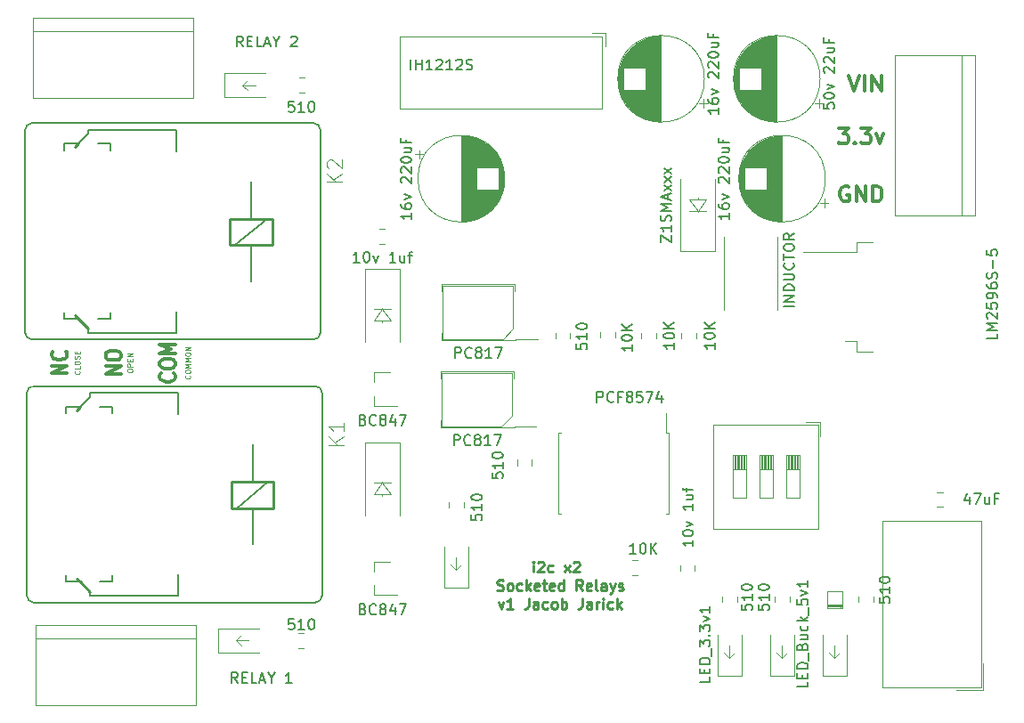
<source format=gbr>
G04 #@! TF.GenerationSoftware,KiCad,Pcbnew,(5.1.4)-1*
G04 #@! TF.CreationDate,2020-01-12T19:46:33+08:00*
G04 #@! TF.ProjectId,i2c x2 relays socketed,69326320-7832-4207-9265-6c6179732073,rev?*
G04 #@! TF.SameCoordinates,Original*
G04 #@! TF.FileFunction,Legend,Top*
G04 #@! TF.FilePolarity,Positive*
%FSLAX46Y46*%
G04 Gerber Fmt 4.6, Leading zero omitted, Abs format (unit mm)*
G04 Created by KiCad (PCBNEW (5.1.4)-1) date 2020-01-12 19:46:33*
%MOMM*%
%LPD*%
G04 APERTURE LIST*
%ADD10C,0.250000*%
%ADD11C,0.375000*%
%ADD12C,0.150000*%
%ADD13C,0.100000*%
%ADD14C,0.325000*%
%ADD15C,0.120000*%
%ADD16C,0.152400*%
%ADD17C,0.254000*%
%ADD18C,0.015000*%
G04 APERTURE END LIST*
D10*
X52352380Y-49402380D02*
X52352380Y-48735714D01*
X52352380Y-48402380D02*
X52304761Y-48450000D01*
X52352380Y-48497619D01*
X52400000Y-48450000D01*
X52352380Y-48402380D01*
X52352380Y-48497619D01*
X52780952Y-48497619D02*
X52828571Y-48450000D01*
X52923809Y-48402380D01*
X53161904Y-48402380D01*
X53257142Y-48450000D01*
X53304761Y-48497619D01*
X53352380Y-48592857D01*
X53352380Y-48688095D01*
X53304761Y-48830952D01*
X52733333Y-49402380D01*
X53352380Y-49402380D01*
X54209523Y-49354761D02*
X54114285Y-49402380D01*
X53923809Y-49402380D01*
X53828571Y-49354761D01*
X53780952Y-49307142D01*
X53733333Y-49211904D01*
X53733333Y-48926190D01*
X53780952Y-48830952D01*
X53828571Y-48783333D01*
X53923809Y-48735714D01*
X54114285Y-48735714D01*
X54209523Y-48783333D01*
X55304761Y-49402380D02*
X55828571Y-48735714D01*
X55304761Y-48735714D02*
X55828571Y-49402380D01*
X56161904Y-48497619D02*
X56209523Y-48450000D01*
X56304761Y-48402380D01*
X56542857Y-48402380D01*
X56638095Y-48450000D01*
X56685714Y-48497619D01*
X56733333Y-48592857D01*
X56733333Y-48688095D01*
X56685714Y-48830952D01*
X56114285Y-49402380D01*
X56733333Y-49402380D01*
X48923809Y-51104761D02*
X49066666Y-51152380D01*
X49304761Y-51152380D01*
X49400000Y-51104761D01*
X49447619Y-51057142D01*
X49495238Y-50961904D01*
X49495238Y-50866666D01*
X49447619Y-50771428D01*
X49400000Y-50723809D01*
X49304761Y-50676190D01*
X49114285Y-50628571D01*
X49019047Y-50580952D01*
X48971428Y-50533333D01*
X48923809Y-50438095D01*
X48923809Y-50342857D01*
X48971428Y-50247619D01*
X49019047Y-50200000D01*
X49114285Y-50152380D01*
X49352380Y-50152380D01*
X49495238Y-50200000D01*
X50066666Y-51152380D02*
X49971428Y-51104761D01*
X49923809Y-51057142D01*
X49876190Y-50961904D01*
X49876190Y-50676190D01*
X49923809Y-50580952D01*
X49971428Y-50533333D01*
X50066666Y-50485714D01*
X50209523Y-50485714D01*
X50304761Y-50533333D01*
X50352380Y-50580952D01*
X50400000Y-50676190D01*
X50400000Y-50961904D01*
X50352380Y-51057142D01*
X50304761Y-51104761D01*
X50209523Y-51152380D01*
X50066666Y-51152380D01*
X51257142Y-51104761D02*
X51161904Y-51152380D01*
X50971428Y-51152380D01*
X50876190Y-51104761D01*
X50828571Y-51057142D01*
X50780952Y-50961904D01*
X50780952Y-50676190D01*
X50828571Y-50580952D01*
X50876190Y-50533333D01*
X50971428Y-50485714D01*
X51161904Y-50485714D01*
X51257142Y-50533333D01*
X51685714Y-51152380D02*
X51685714Y-50152380D01*
X51780952Y-50771428D02*
X52066666Y-51152380D01*
X52066666Y-50485714D02*
X51685714Y-50866666D01*
X52876190Y-51104761D02*
X52780952Y-51152380D01*
X52590476Y-51152380D01*
X52495238Y-51104761D01*
X52447619Y-51009523D01*
X52447619Y-50628571D01*
X52495238Y-50533333D01*
X52590476Y-50485714D01*
X52780952Y-50485714D01*
X52876190Y-50533333D01*
X52923809Y-50628571D01*
X52923809Y-50723809D01*
X52447619Y-50819047D01*
X53209523Y-50485714D02*
X53590476Y-50485714D01*
X53352380Y-50152380D02*
X53352380Y-51009523D01*
X53400000Y-51104761D01*
X53495238Y-51152380D01*
X53590476Y-51152380D01*
X54304761Y-51104761D02*
X54209523Y-51152380D01*
X54019047Y-51152380D01*
X53923809Y-51104761D01*
X53876190Y-51009523D01*
X53876190Y-50628571D01*
X53923809Y-50533333D01*
X54019047Y-50485714D01*
X54209523Y-50485714D01*
X54304761Y-50533333D01*
X54352380Y-50628571D01*
X54352380Y-50723809D01*
X53876190Y-50819047D01*
X55209523Y-51152380D02*
X55209523Y-50152380D01*
X55209523Y-51104761D02*
X55114285Y-51152380D01*
X54923809Y-51152380D01*
X54828571Y-51104761D01*
X54780952Y-51057142D01*
X54733333Y-50961904D01*
X54733333Y-50676190D01*
X54780952Y-50580952D01*
X54828571Y-50533333D01*
X54923809Y-50485714D01*
X55114285Y-50485714D01*
X55209523Y-50533333D01*
X57019047Y-51152380D02*
X56685714Y-50676190D01*
X56447619Y-51152380D02*
X56447619Y-50152380D01*
X56828571Y-50152380D01*
X56923809Y-50200000D01*
X56971428Y-50247619D01*
X57019047Y-50342857D01*
X57019047Y-50485714D01*
X56971428Y-50580952D01*
X56923809Y-50628571D01*
X56828571Y-50676190D01*
X56447619Y-50676190D01*
X57828571Y-51104761D02*
X57733333Y-51152380D01*
X57542857Y-51152380D01*
X57447619Y-51104761D01*
X57400000Y-51009523D01*
X57400000Y-50628571D01*
X57447619Y-50533333D01*
X57542857Y-50485714D01*
X57733333Y-50485714D01*
X57828571Y-50533333D01*
X57876190Y-50628571D01*
X57876190Y-50723809D01*
X57400000Y-50819047D01*
X58447619Y-51152380D02*
X58352380Y-51104761D01*
X58304761Y-51009523D01*
X58304761Y-50152380D01*
X59257142Y-51152380D02*
X59257142Y-50628571D01*
X59209523Y-50533333D01*
X59114285Y-50485714D01*
X58923809Y-50485714D01*
X58828571Y-50533333D01*
X59257142Y-51104761D02*
X59161904Y-51152380D01*
X58923809Y-51152380D01*
X58828571Y-51104761D01*
X58780952Y-51009523D01*
X58780952Y-50914285D01*
X58828571Y-50819047D01*
X58923809Y-50771428D01*
X59161904Y-50771428D01*
X59257142Y-50723809D01*
X59638095Y-50485714D02*
X59876190Y-51152380D01*
X60114285Y-50485714D02*
X59876190Y-51152380D01*
X59780952Y-51390476D01*
X59733333Y-51438095D01*
X59638095Y-51485714D01*
X60447619Y-51104761D02*
X60542857Y-51152380D01*
X60733333Y-51152380D01*
X60828571Y-51104761D01*
X60876190Y-51009523D01*
X60876190Y-50961904D01*
X60828571Y-50866666D01*
X60733333Y-50819047D01*
X60590476Y-50819047D01*
X60495238Y-50771428D01*
X60447619Y-50676190D01*
X60447619Y-50628571D01*
X60495238Y-50533333D01*
X60590476Y-50485714D01*
X60733333Y-50485714D01*
X60828571Y-50533333D01*
X49042857Y-52235714D02*
X49280952Y-52902380D01*
X49519047Y-52235714D01*
X50423809Y-52902380D02*
X49852380Y-52902380D01*
X50138095Y-52902380D02*
X50138095Y-51902380D01*
X50042857Y-52045238D01*
X49947619Y-52140476D01*
X49852380Y-52188095D01*
X51900000Y-51902380D02*
X51900000Y-52616666D01*
X51852380Y-52759523D01*
X51757142Y-52854761D01*
X51614285Y-52902380D01*
X51519047Y-52902380D01*
X52804761Y-52902380D02*
X52804761Y-52378571D01*
X52757142Y-52283333D01*
X52661904Y-52235714D01*
X52471428Y-52235714D01*
X52376190Y-52283333D01*
X52804761Y-52854761D02*
X52709523Y-52902380D01*
X52471428Y-52902380D01*
X52376190Y-52854761D01*
X52328571Y-52759523D01*
X52328571Y-52664285D01*
X52376190Y-52569047D01*
X52471428Y-52521428D01*
X52709523Y-52521428D01*
X52804761Y-52473809D01*
X53709523Y-52854761D02*
X53614285Y-52902380D01*
X53423809Y-52902380D01*
X53328571Y-52854761D01*
X53280952Y-52807142D01*
X53233333Y-52711904D01*
X53233333Y-52426190D01*
X53280952Y-52330952D01*
X53328571Y-52283333D01*
X53423809Y-52235714D01*
X53614285Y-52235714D01*
X53709523Y-52283333D01*
X54280952Y-52902380D02*
X54185714Y-52854761D01*
X54138095Y-52807142D01*
X54090476Y-52711904D01*
X54090476Y-52426190D01*
X54138095Y-52330952D01*
X54185714Y-52283333D01*
X54280952Y-52235714D01*
X54423809Y-52235714D01*
X54519047Y-52283333D01*
X54566666Y-52330952D01*
X54614285Y-52426190D01*
X54614285Y-52711904D01*
X54566666Y-52807142D01*
X54519047Y-52854761D01*
X54423809Y-52902380D01*
X54280952Y-52902380D01*
X55042857Y-52902380D02*
X55042857Y-51902380D01*
X55042857Y-52283333D02*
X55138095Y-52235714D01*
X55328571Y-52235714D01*
X55423809Y-52283333D01*
X55471428Y-52330952D01*
X55519047Y-52426190D01*
X55519047Y-52711904D01*
X55471428Y-52807142D01*
X55423809Y-52854761D01*
X55328571Y-52902380D01*
X55138095Y-52902380D01*
X55042857Y-52854761D01*
X56995238Y-51902380D02*
X56995238Y-52616666D01*
X56947619Y-52759523D01*
X56852380Y-52854761D01*
X56709523Y-52902380D01*
X56614285Y-52902380D01*
X57900000Y-52902380D02*
X57900000Y-52378571D01*
X57852380Y-52283333D01*
X57757142Y-52235714D01*
X57566666Y-52235714D01*
X57471428Y-52283333D01*
X57900000Y-52854761D02*
X57804761Y-52902380D01*
X57566666Y-52902380D01*
X57471428Y-52854761D01*
X57423809Y-52759523D01*
X57423809Y-52664285D01*
X57471428Y-52569047D01*
X57566666Y-52521428D01*
X57804761Y-52521428D01*
X57900000Y-52473809D01*
X58376190Y-52902380D02*
X58376190Y-52235714D01*
X58376190Y-52426190D02*
X58423809Y-52330952D01*
X58471428Y-52283333D01*
X58566666Y-52235714D01*
X58661904Y-52235714D01*
X58995238Y-52902380D02*
X58995238Y-52235714D01*
X58995238Y-51902380D02*
X58947619Y-51950000D01*
X58995238Y-51997619D01*
X59042857Y-51950000D01*
X58995238Y-51902380D01*
X58995238Y-51997619D01*
X59900000Y-52854761D02*
X59804761Y-52902380D01*
X59614285Y-52902380D01*
X59519047Y-52854761D01*
X59471428Y-52807142D01*
X59423809Y-52711904D01*
X59423809Y-52426190D01*
X59471428Y-52330952D01*
X59519047Y-52283333D01*
X59614285Y-52235714D01*
X59804761Y-52235714D01*
X59900000Y-52283333D01*
X60328571Y-52902380D02*
X60328571Y-51902380D01*
X60423809Y-52521428D02*
X60709523Y-52902380D01*
X60709523Y-52235714D02*
X60328571Y-52616666D01*
D11*
X82357142Y-2178571D02*
X82857142Y-3678571D01*
X83357142Y-2178571D01*
X83857142Y-3678571D02*
X83857142Y-2178571D01*
X84571428Y-3678571D02*
X84571428Y-2178571D01*
X85428571Y-3678571D01*
X85428571Y-2178571D01*
X81357142Y-7178571D02*
X82285714Y-7178571D01*
X81785714Y-7750000D01*
X82000000Y-7750000D01*
X82142857Y-7821428D01*
X82214285Y-7892857D01*
X82285714Y-8035714D01*
X82285714Y-8392857D01*
X82214285Y-8535714D01*
X82142857Y-8607142D01*
X82000000Y-8678571D01*
X81571428Y-8678571D01*
X81428571Y-8607142D01*
X81357142Y-8535714D01*
X82928571Y-8535714D02*
X83000000Y-8607142D01*
X82928571Y-8678571D01*
X82857142Y-8607142D01*
X82928571Y-8535714D01*
X82928571Y-8678571D01*
X83500000Y-7178571D02*
X84428571Y-7178571D01*
X83928571Y-7750000D01*
X84142857Y-7750000D01*
X84285714Y-7821428D01*
X84357142Y-7892857D01*
X84428571Y-8035714D01*
X84428571Y-8392857D01*
X84357142Y-8535714D01*
X84285714Y-8607142D01*
X84142857Y-8678571D01*
X83714285Y-8678571D01*
X83571428Y-8607142D01*
X83500000Y-8535714D01*
X84928571Y-7678571D02*
X85285714Y-8678571D01*
X85642857Y-7678571D01*
X82357142Y-12750000D02*
X82214285Y-12678571D01*
X82000000Y-12678571D01*
X81785714Y-12750000D01*
X81642857Y-12892857D01*
X81571428Y-13035714D01*
X81500000Y-13321428D01*
X81500000Y-13535714D01*
X81571428Y-13821428D01*
X81642857Y-13964285D01*
X81785714Y-14107142D01*
X82000000Y-14178571D01*
X82142857Y-14178571D01*
X82357142Y-14107142D01*
X82428571Y-14035714D01*
X82428571Y-13535714D01*
X82142857Y-13535714D01*
X83071428Y-14178571D02*
X83071428Y-12678571D01*
X83928571Y-14178571D01*
X83928571Y-12678571D01*
X84642857Y-14178571D02*
X84642857Y-12678571D01*
X85000000Y-12678571D01*
X85214285Y-12750000D01*
X85357142Y-12892857D01*
X85428571Y-13035714D01*
X85500000Y-13321428D01*
X85500000Y-13535714D01*
X85428571Y-13821428D01*
X85357142Y-13964285D01*
X85214285Y-14107142D01*
X85000000Y-14178571D01*
X84642857Y-14178571D01*
D12*
X24738095Y547619D02*
X24404761Y1023809D01*
X24166666Y547619D02*
X24166666Y1547619D01*
X24547619Y1547619D01*
X24642857Y1500000D01*
X24690476Y1452380D01*
X24738095Y1357142D01*
X24738095Y1214285D01*
X24690476Y1119047D01*
X24642857Y1071428D01*
X24547619Y1023809D01*
X24166666Y1023809D01*
X25166666Y1071428D02*
X25500000Y1071428D01*
X25642857Y547619D02*
X25166666Y547619D01*
X25166666Y1547619D01*
X25642857Y1547619D01*
X26547619Y547619D02*
X26071428Y547619D01*
X26071428Y1547619D01*
X26833333Y833333D02*
X27309523Y833333D01*
X26738095Y547619D02*
X27071428Y1547619D01*
X27404761Y547619D01*
X27928571Y1023809D02*
X27928571Y547619D01*
X27595238Y1547619D02*
X27928571Y1023809D01*
X28261904Y1547619D01*
X29309523Y1452380D02*
X29357142Y1500000D01*
X29452380Y1547619D01*
X29690476Y1547619D01*
X29785714Y1500000D01*
X29833333Y1452380D01*
X29880952Y1357142D01*
X29880952Y1261904D01*
X29833333Y1119047D01*
X29261904Y547619D01*
X29880952Y547619D01*
X24238095Y-59952380D02*
X23904761Y-59476190D01*
X23666666Y-59952380D02*
X23666666Y-58952380D01*
X24047619Y-58952380D01*
X24142857Y-59000000D01*
X24190476Y-59047619D01*
X24238095Y-59142857D01*
X24238095Y-59285714D01*
X24190476Y-59380952D01*
X24142857Y-59428571D01*
X24047619Y-59476190D01*
X23666666Y-59476190D01*
X24666666Y-59428571D02*
X25000000Y-59428571D01*
X25142857Y-59952380D02*
X24666666Y-59952380D01*
X24666666Y-58952380D01*
X25142857Y-58952380D01*
X26047619Y-59952380D02*
X25571428Y-59952380D01*
X25571428Y-58952380D01*
X26333333Y-59666666D02*
X26809523Y-59666666D01*
X26238095Y-59952380D02*
X26571428Y-58952380D01*
X26904761Y-59952380D01*
X27428571Y-59476190D02*
X27428571Y-59952380D01*
X27095238Y-58952380D02*
X27428571Y-59476190D01*
X27761904Y-58952380D01*
X29380952Y-59952380D02*
X28809523Y-59952380D01*
X29095238Y-59952380D02*
X29095238Y-58952380D01*
X29000000Y-59095238D01*
X28904761Y-59190476D01*
X28809523Y-59238095D01*
D13*
X13726190Y-30285714D02*
X13726190Y-30190476D01*
X13750000Y-30142857D01*
X13797619Y-30095238D01*
X13892857Y-30071428D01*
X14059523Y-30071428D01*
X14154761Y-30095238D01*
X14202380Y-30142857D01*
X14226190Y-30190476D01*
X14226190Y-30285714D01*
X14202380Y-30333333D01*
X14154761Y-30380952D01*
X14059523Y-30404761D01*
X13892857Y-30404761D01*
X13797619Y-30380952D01*
X13750000Y-30333333D01*
X13726190Y-30285714D01*
X14226190Y-29857142D02*
X13726190Y-29857142D01*
X13726190Y-29666666D01*
X13750000Y-29619047D01*
X13773809Y-29595238D01*
X13821428Y-29571428D01*
X13892857Y-29571428D01*
X13940476Y-29595238D01*
X13964285Y-29619047D01*
X13988095Y-29666666D01*
X13988095Y-29857142D01*
X13964285Y-29357142D02*
X13964285Y-29190476D01*
X14226190Y-29119047D02*
X14226190Y-29357142D01*
X13726190Y-29357142D01*
X13726190Y-29119047D01*
X14226190Y-28904761D02*
X13726190Y-28904761D01*
X14226190Y-28619047D01*
X13726190Y-28619047D01*
X19678571Y-30702380D02*
X19702380Y-30726190D01*
X19726190Y-30797619D01*
X19726190Y-30845238D01*
X19702380Y-30916666D01*
X19654761Y-30964285D01*
X19607142Y-30988095D01*
X19511904Y-31011904D01*
X19440476Y-31011904D01*
X19345238Y-30988095D01*
X19297619Y-30964285D01*
X19250000Y-30916666D01*
X19226190Y-30845238D01*
X19226190Y-30797619D01*
X19250000Y-30726190D01*
X19273809Y-30702380D01*
X19226190Y-30392857D02*
X19226190Y-30297619D01*
X19250000Y-30250000D01*
X19297619Y-30202380D01*
X19392857Y-30178571D01*
X19559523Y-30178571D01*
X19654761Y-30202380D01*
X19702380Y-30250000D01*
X19726190Y-30297619D01*
X19726190Y-30392857D01*
X19702380Y-30440476D01*
X19654761Y-30488095D01*
X19559523Y-30511904D01*
X19392857Y-30511904D01*
X19297619Y-30488095D01*
X19250000Y-30440476D01*
X19226190Y-30392857D01*
X19726190Y-29964285D02*
X19226190Y-29964285D01*
X19583333Y-29797619D01*
X19226190Y-29630952D01*
X19726190Y-29630952D01*
X19726190Y-29392857D02*
X19226190Y-29392857D01*
X19583333Y-29226190D01*
X19226190Y-29059523D01*
X19726190Y-29059523D01*
X19226190Y-28726190D02*
X19226190Y-28630952D01*
X19250000Y-28583333D01*
X19297619Y-28535714D01*
X19392857Y-28511904D01*
X19559523Y-28511904D01*
X19654761Y-28535714D01*
X19702380Y-28583333D01*
X19726190Y-28630952D01*
X19726190Y-28726190D01*
X19702380Y-28773809D01*
X19654761Y-28821428D01*
X19559523Y-28845238D01*
X19392857Y-28845238D01*
X19297619Y-28821428D01*
X19250000Y-28773809D01*
X19226190Y-28726190D01*
X19726190Y-28297619D02*
X19226190Y-28297619D01*
X19726190Y-28011904D01*
X19226190Y-28011904D01*
X9178571Y-30273809D02*
X9202380Y-30297619D01*
X9226190Y-30369047D01*
X9226190Y-30416666D01*
X9202380Y-30488095D01*
X9154761Y-30535714D01*
X9107142Y-30559523D01*
X9011904Y-30583333D01*
X8940476Y-30583333D01*
X8845238Y-30559523D01*
X8797619Y-30535714D01*
X8750000Y-30488095D01*
X8726190Y-30416666D01*
X8726190Y-30369047D01*
X8750000Y-30297619D01*
X8773809Y-30273809D01*
X9226190Y-29821428D02*
X9226190Y-30059523D01*
X8726190Y-30059523D01*
X8726190Y-29559523D02*
X8726190Y-29464285D01*
X8750000Y-29416666D01*
X8797619Y-29369047D01*
X8892857Y-29345238D01*
X9059523Y-29345238D01*
X9154761Y-29369047D01*
X9202380Y-29416666D01*
X9226190Y-29464285D01*
X9226190Y-29559523D01*
X9202380Y-29607142D01*
X9154761Y-29654761D01*
X9059523Y-29678571D01*
X8892857Y-29678571D01*
X8797619Y-29654761D01*
X8750000Y-29607142D01*
X8726190Y-29559523D01*
X9202380Y-29154761D02*
X9226190Y-29083333D01*
X9226190Y-28964285D01*
X9202380Y-28916666D01*
X9178571Y-28892857D01*
X9130952Y-28869047D01*
X9083333Y-28869047D01*
X9035714Y-28892857D01*
X9011904Y-28916666D01*
X8988095Y-28964285D01*
X8964285Y-29059523D01*
X8940476Y-29107142D01*
X8916666Y-29130952D01*
X8869047Y-29154761D01*
X8821428Y-29154761D01*
X8773809Y-29130952D01*
X8750000Y-29107142D01*
X8726190Y-29059523D01*
X8726190Y-28940476D01*
X8750000Y-28869047D01*
X8964285Y-28654761D02*
X8964285Y-28488095D01*
X9226190Y-28416666D02*
X9226190Y-28654761D01*
X8726190Y-28654761D01*
X8726190Y-28416666D01*
D14*
X8028571Y-30521428D02*
X6528571Y-30521428D01*
X8028571Y-29778571D01*
X6528571Y-29778571D01*
X7885714Y-28416666D02*
X7957142Y-28478571D01*
X8028571Y-28664285D01*
X8028571Y-28788095D01*
X7957142Y-28973809D01*
X7814285Y-29097619D01*
X7671428Y-29159523D01*
X7385714Y-29221428D01*
X7171428Y-29221428D01*
X6885714Y-29159523D01*
X6742857Y-29097619D01*
X6600000Y-28973809D01*
X6528571Y-28788095D01*
X6528571Y-28664285D01*
X6600000Y-28478571D01*
X6671428Y-28416666D01*
X13178571Y-30552380D02*
X11678571Y-30552380D01*
X13178571Y-29809523D01*
X11678571Y-29809523D01*
X11678571Y-28942857D02*
X11678571Y-28695238D01*
X11750000Y-28571428D01*
X11892857Y-28447619D01*
X12178571Y-28385714D01*
X12678571Y-28385714D01*
X12964285Y-28447619D01*
X13107142Y-28571428D01*
X13178571Y-28695238D01*
X13178571Y-28942857D01*
X13107142Y-29066666D01*
X12964285Y-29190476D01*
X12678571Y-29252380D01*
X12178571Y-29252380D01*
X11892857Y-29190476D01*
X11750000Y-29066666D01*
X11678571Y-28942857D01*
X18185714Y-30521428D02*
X18257142Y-30583333D01*
X18328571Y-30769047D01*
X18328571Y-30892857D01*
X18257142Y-31078571D01*
X18114285Y-31202380D01*
X17971428Y-31264285D01*
X17685714Y-31326190D01*
X17471428Y-31326190D01*
X17185714Y-31264285D01*
X17042857Y-31202380D01*
X16900000Y-31078571D01*
X16828571Y-30892857D01*
X16828571Y-30769047D01*
X16900000Y-30583333D01*
X16971428Y-30521428D01*
X16828571Y-29716666D02*
X16828571Y-29469047D01*
X16900000Y-29345238D01*
X17042857Y-29221428D01*
X17328571Y-29159523D01*
X17828571Y-29159523D01*
X18114285Y-29221428D01*
X18257142Y-29345238D01*
X18328571Y-29469047D01*
X18328571Y-29716666D01*
X18257142Y-29840476D01*
X18114285Y-29964285D01*
X17828571Y-30026190D01*
X17328571Y-30026190D01*
X17042857Y-29964285D01*
X16900000Y-29840476D01*
X16828571Y-29716666D01*
X18328571Y-28602380D02*
X16828571Y-28602380D01*
X17900000Y-28169047D01*
X16828571Y-27735714D01*
X18328571Y-27735714D01*
D13*
X49450000Y-27250000D02*
X50450000Y-26250000D01*
X43750000Y-27250000D02*
X49450000Y-27250000D01*
D15*
X50650000Y-27300000D02*
X50650000Y-27370000D01*
X43630000Y-27370000D02*
X50650000Y-27370000D01*
X50570000Y-22030000D02*
X43630000Y-22030000D01*
D13*
X50450000Y-22150000D02*
X50450000Y-26250000D01*
X43750000Y-22150000D02*
X50450000Y-22150000D01*
X43750000Y-27250000D02*
X43750000Y-22150000D01*
D15*
X43630000Y-27370000D02*
X43630000Y-26700000D01*
X43630000Y-22700000D02*
X43630000Y-22030000D01*
X50570000Y-22700000D02*
X50570000Y-22030000D01*
X50650000Y-27300000D02*
X52740000Y-27300000D01*
D13*
X49350000Y-35550000D02*
X50350000Y-34550000D01*
X43650000Y-35550000D02*
X49350000Y-35550000D01*
D15*
X50550000Y-35600000D02*
X50550000Y-35670000D01*
X43530000Y-35670000D02*
X50550000Y-35670000D01*
X50470000Y-30330000D02*
X43530000Y-30330000D01*
D13*
X50350000Y-30450000D02*
X50350000Y-34550000D01*
X43650000Y-30450000D02*
X50350000Y-30450000D01*
X43650000Y-35550000D02*
X43650000Y-30450000D01*
D15*
X43530000Y-35670000D02*
X43530000Y-35000000D01*
X43530000Y-31000000D02*
X43530000Y-30330000D01*
X50470000Y-31000000D02*
X50470000Y-30330000D01*
X50550000Y-35600000D02*
X52640000Y-35600000D01*
X81000000Y-56400000D02*
X81000000Y-57600000D01*
X79865000Y-55400000D02*
X79865000Y-59285000D01*
X79865000Y-59285000D02*
X82135000Y-59285000D01*
X82135000Y-59285000D02*
X82135000Y-55400000D01*
X81000000Y-57600000D02*
X80500000Y-57100000D01*
X81000000Y-57600000D02*
X81500000Y-57100000D01*
X45000000Y-48000000D02*
X45000000Y-49200000D01*
X43865000Y-47000000D02*
X43865000Y-50885000D01*
X43865000Y-50885000D02*
X46135000Y-50885000D01*
X46135000Y-50885000D02*
X46135000Y-47000000D01*
X45000000Y-49200000D02*
X44500000Y-48700000D01*
X45000000Y-49200000D02*
X45500000Y-48700000D01*
X80400000Y-52800000D02*
X81600000Y-52800000D01*
X81600000Y-52800000D02*
X81600000Y-52700000D01*
X81600000Y-52700000D02*
X80400000Y-52700000D01*
X80400000Y-52700000D02*
X80300000Y-52700000D01*
X80300000Y-52700000D02*
X80300000Y-52800000D01*
X80300000Y-52800000D02*
X81700000Y-52800000D01*
X81700000Y-52800000D02*
X81700000Y-52700000D01*
X81700000Y-52700000D02*
X80300000Y-52700000D01*
X80300000Y-52700000D02*
X80300000Y-51200000D01*
X80300000Y-51200000D02*
X81700000Y-51200000D01*
X81700000Y-51200000D02*
X81700000Y-52700000D01*
X81700000Y-52700000D02*
X81700000Y-52600000D01*
X81700000Y-52600000D02*
X80300000Y-52600000D01*
X80300000Y-52600000D02*
X80300000Y-52500000D01*
X80300000Y-52500000D02*
X81600000Y-52500000D01*
X81600000Y-52500000D02*
X81700000Y-52500000D01*
X25900000Y-3100000D02*
X24700000Y-3100000D01*
X26900000Y-1965000D02*
X23015000Y-1965000D01*
X23015000Y-1965000D02*
X23015000Y-4235000D01*
X23015000Y-4235000D02*
X26900000Y-4235000D01*
X24700000Y-3100000D02*
X25200000Y-2600000D01*
X24700000Y-3100000D02*
X25200000Y-3600000D01*
X25300000Y-55900000D02*
X24100000Y-55900000D01*
X26300000Y-54765000D02*
X22415000Y-54765000D01*
X22415000Y-54765000D02*
X22415000Y-57035000D01*
X22415000Y-57035000D02*
X26300000Y-57035000D01*
X24100000Y-55900000D02*
X24600000Y-55400000D01*
X24100000Y-55900000D02*
X24600000Y-56400000D01*
X76000000Y-56400000D02*
X76000000Y-57600000D01*
X74865000Y-55400000D02*
X74865000Y-59285000D01*
X74865000Y-59285000D02*
X77135000Y-59285000D01*
X77135000Y-59285000D02*
X77135000Y-55400000D01*
X76000000Y-57600000D02*
X75500000Y-57100000D01*
X76000000Y-57600000D02*
X76500000Y-57100000D01*
X71000000Y-56400000D02*
X71000000Y-57600000D01*
X69865000Y-55400000D02*
X69865000Y-59285000D01*
X69865000Y-59285000D02*
X72135000Y-59285000D01*
X72135000Y-59285000D02*
X72135000Y-55400000D01*
X71000000Y-57600000D02*
X70500000Y-57100000D01*
X71000000Y-57600000D02*
X71500000Y-57100000D01*
X68000000Y-13800000D02*
X68000000Y-14000000D01*
X67200000Y-14000000D02*
X68000000Y-15100000D01*
X68800000Y-14000000D02*
X67200000Y-14000000D01*
X68000000Y-15100000D02*
X68800000Y-14000000D01*
X68800000Y-15100000D02*
X68000000Y-15100000D01*
X67200000Y-15100000D02*
X68800000Y-15100000D01*
X68000000Y-15100000D02*
X67200000Y-15100000D01*
X68000000Y-15200000D02*
X68000000Y-15100000D01*
X66350000Y-18900000D02*
X69650000Y-18900000D01*
X69650000Y-18900000D02*
X69650000Y-12000000D01*
X66350000Y-18900000D02*
X66350000Y-12000000D01*
D16*
X32261200Y-32351800D02*
X32261200Y-51655800D01*
X31626200Y-52290800D02*
X4829200Y-52290800D01*
X4194200Y-51655800D02*
X4194200Y-32351800D01*
X4829200Y-31716800D02*
X31626200Y-31716800D01*
X32261200Y-51655800D02*
G75*
G02X31626200Y-52290800I-635000J0D01*
G01*
X4194200Y-51655800D02*
G75*
G03X4829200Y-52290800I635000J0D01*
G01*
X4829200Y-31716800D02*
G75*
G03X4194200Y-32351800I0J-635000D01*
G01*
X31626200Y-31716800D02*
G75*
G02X32261200Y-32351800I0J-635000D01*
G01*
X25657200Y-37279400D02*
X25657200Y-40810000D01*
D17*
X27663800Y-40810000D02*
X27663800Y-43324600D01*
X23650600Y-43324600D02*
X23650600Y-40810000D01*
X23650600Y-40810000D02*
X25657200Y-40810000D01*
X25657200Y-40810000D02*
X27155800Y-40810000D01*
X24158600Y-43324600D02*
X23650600Y-43324600D01*
D16*
X27155800Y-40810000D02*
X24158600Y-43324600D01*
D17*
X27155800Y-40810000D02*
X27663800Y-40810000D01*
X27663800Y-43324600D02*
X25657200Y-43324600D01*
D16*
X25657200Y-43324600D02*
X25657200Y-46728200D01*
D17*
X25657200Y-43324600D02*
X24158600Y-43324600D01*
X8893200Y-34002800D02*
X9223400Y-33672600D01*
D16*
X9223400Y-33672600D02*
X7877200Y-33672600D01*
X9223400Y-33672600D02*
X10163200Y-32732800D01*
X7877200Y-33672600D02*
X7877200Y-34307600D01*
X11128400Y-33672600D02*
X12322200Y-33672600D01*
X12322200Y-33672600D02*
X12322200Y-34307600D01*
X10163200Y-32351800D02*
X10163200Y-32732800D01*
X10163200Y-32351800D02*
X18545200Y-32351800D01*
X18545200Y-32351800D02*
X18545200Y-34383800D01*
D17*
X8893200Y-50004800D02*
X9223400Y-50335000D01*
D16*
X9223400Y-50335000D02*
X7877200Y-50335000D01*
D17*
X9223400Y-50335000D02*
X10163200Y-51274800D01*
D16*
X7877200Y-50335000D02*
X7877200Y-49700000D01*
X11128400Y-50335000D02*
X12322200Y-50335000D01*
X12322200Y-50335000D02*
X12322200Y-49700000D01*
X10163200Y-51655800D02*
X10163200Y-51274800D01*
X10163200Y-51655800D02*
X18545200Y-51655800D01*
X18545200Y-51655800D02*
X18545200Y-49623800D01*
X32104000Y-7348000D02*
X32104000Y-26652000D01*
X31469000Y-27287000D02*
X4672000Y-27287000D01*
X4037000Y-26652000D02*
X4037000Y-7348000D01*
X4672000Y-6713000D02*
X31469000Y-6713000D01*
X32104000Y-26652000D02*
G75*
G02X31469000Y-27287000I-635000J0D01*
G01*
X4037000Y-26652000D02*
G75*
G03X4672000Y-27287000I635000J0D01*
G01*
X4672000Y-6713000D02*
G75*
G03X4037000Y-7348000I0J-635000D01*
G01*
X31469000Y-6713000D02*
G75*
G02X32104000Y-7348000I0J-635000D01*
G01*
X25500000Y-12275600D02*
X25500000Y-15806200D01*
D17*
X27506600Y-15806200D02*
X27506600Y-18320800D01*
X23493400Y-18320800D02*
X23493400Y-15806200D01*
X23493400Y-15806200D02*
X25500000Y-15806200D01*
X25500000Y-15806200D02*
X26998600Y-15806200D01*
X24001400Y-18320800D02*
X23493400Y-18320800D01*
D16*
X26998600Y-15806200D02*
X24001400Y-18320800D01*
D17*
X26998600Y-15806200D02*
X27506600Y-15806200D01*
X27506600Y-18320800D02*
X25500000Y-18320800D01*
D16*
X25500000Y-18320800D02*
X25500000Y-21724400D01*
D17*
X25500000Y-18320800D02*
X24001400Y-18320800D01*
X8736000Y-8999000D02*
X9066200Y-8668800D01*
D16*
X9066200Y-8668800D02*
X7720000Y-8668800D01*
X9066200Y-8668800D02*
X10006000Y-7729000D01*
X7720000Y-8668800D02*
X7720000Y-9303800D01*
X10971200Y-8668800D02*
X12165000Y-8668800D01*
X12165000Y-8668800D02*
X12165000Y-9303800D01*
X10006000Y-7348000D02*
X10006000Y-7729000D01*
X10006000Y-7348000D02*
X18388000Y-7348000D01*
X18388000Y-7348000D02*
X18388000Y-9380000D01*
D17*
X8736000Y-25001000D02*
X9066200Y-25331200D01*
D16*
X9066200Y-25331200D02*
X7720000Y-25331200D01*
D17*
X9066200Y-25331200D02*
X10006000Y-26271000D01*
D16*
X7720000Y-25331200D02*
X7720000Y-24696200D01*
X10971200Y-25331200D02*
X12165000Y-25331200D01*
X12165000Y-25331200D02*
X12165000Y-24696200D01*
X10006000Y-26652000D02*
X10006000Y-26271000D01*
X10006000Y-26652000D02*
X18388000Y-26652000D01*
X18388000Y-26652000D02*
X18388000Y-24620000D01*
D15*
X30586252Y-2390000D02*
X30063748Y-2390000D01*
X30586252Y-3810000D02*
X30063748Y-3810000D01*
X59200000Y1860000D02*
X57950000Y1860000D01*
X59200000Y610000D02*
X59200000Y1860000D01*
X58900000Y-5360000D02*
X58900000Y1560000D01*
X39680000Y-5360000D02*
X58900000Y-5360000D01*
X39680000Y1560000D02*
X39680000Y-5360000D01*
X58900000Y1560000D02*
X39680000Y1560000D01*
X66290000Y-48738748D02*
X66290000Y-49261252D01*
X67710000Y-48738748D02*
X67710000Y-49261252D01*
X80009698Y-14715000D02*
X80009698Y-13915000D01*
X80409698Y-14315000D02*
X79609698Y-14315000D01*
X71919000Y-12533000D02*
X71919000Y-11467000D01*
X71959000Y-12768000D02*
X71959000Y-11232000D01*
X71999000Y-12948000D02*
X71999000Y-11052000D01*
X72039000Y-13098000D02*
X72039000Y-10902000D01*
X72079000Y-13229000D02*
X72079000Y-10771000D01*
X72119000Y-13346000D02*
X72119000Y-10654000D01*
X72159000Y-13453000D02*
X72159000Y-10547000D01*
X72199000Y-13552000D02*
X72199000Y-10448000D01*
X72239000Y-13645000D02*
X72239000Y-10355000D01*
X72279000Y-13731000D02*
X72279000Y-10269000D01*
X72319000Y-13813000D02*
X72319000Y-10187000D01*
X72359000Y-13890000D02*
X72359000Y-10110000D01*
X72399000Y-13964000D02*
X72399000Y-10036000D01*
X72439000Y-14034000D02*
X72439000Y-9966000D01*
X72479000Y-10960000D02*
X72479000Y-9898000D01*
X72479000Y-14102000D02*
X72479000Y-13040000D01*
X72519000Y-10960000D02*
X72519000Y-9834000D01*
X72519000Y-14166000D02*
X72519000Y-13040000D01*
X72559000Y-10960000D02*
X72559000Y-9772000D01*
X72559000Y-14228000D02*
X72559000Y-13040000D01*
X72599000Y-10960000D02*
X72599000Y-9713000D01*
X72599000Y-14287000D02*
X72599000Y-13040000D01*
X72639000Y-10960000D02*
X72639000Y-9655000D01*
X72639000Y-14345000D02*
X72639000Y-13040000D01*
X72679000Y-10960000D02*
X72679000Y-9600000D01*
X72679000Y-14400000D02*
X72679000Y-13040000D01*
X72719000Y-10960000D02*
X72719000Y-9546000D01*
X72719000Y-14454000D02*
X72719000Y-13040000D01*
X72759000Y-10960000D02*
X72759000Y-9495000D01*
X72759000Y-14505000D02*
X72759000Y-13040000D01*
X72799000Y-10960000D02*
X72799000Y-9444000D01*
X72799000Y-14556000D02*
X72799000Y-13040000D01*
X72839000Y-10960000D02*
X72839000Y-9396000D01*
X72839000Y-14604000D02*
X72839000Y-13040000D01*
X72879000Y-10960000D02*
X72879000Y-9349000D01*
X72879000Y-14651000D02*
X72879000Y-13040000D01*
X72919000Y-10960000D02*
X72919000Y-9303000D01*
X72919000Y-14697000D02*
X72919000Y-13040000D01*
X72959000Y-10960000D02*
X72959000Y-9259000D01*
X72959000Y-14741000D02*
X72959000Y-13040000D01*
X72999000Y-10960000D02*
X72999000Y-9216000D01*
X72999000Y-14784000D02*
X72999000Y-13040000D01*
X73039000Y-10960000D02*
X73039000Y-9174000D01*
X73039000Y-14826000D02*
X73039000Y-13040000D01*
X73079000Y-10960000D02*
X73079000Y-9133000D01*
X73079000Y-14867000D02*
X73079000Y-13040000D01*
X73119000Y-10960000D02*
X73119000Y-9093000D01*
X73119000Y-14907000D02*
X73119000Y-13040000D01*
X73159000Y-10960000D02*
X73159000Y-9055000D01*
X73159000Y-14945000D02*
X73159000Y-13040000D01*
X73199000Y-10960000D02*
X73199000Y-9017000D01*
X73199000Y-14983000D02*
X73199000Y-13040000D01*
X73239000Y-10960000D02*
X73239000Y-8981000D01*
X73239000Y-15019000D02*
X73239000Y-13040000D01*
X73279000Y-10960000D02*
X73279000Y-8945000D01*
X73279000Y-15055000D02*
X73279000Y-13040000D01*
X73319000Y-10960000D02*
X73319000Y-8910000D01*
X73319000Y-15090000D02*
X73319000Y-13040000D01*
X73359000Y-10960000D02*
X73359000Y-8876000D01*
X73359000Y-15124000D02*
X73359000Y-13040000D01*
X73399000Y-10960000D02*
X73399000Y-8844000D01*
X73399000Y-15156000D02*
X73399000Y-13040000D01*
X73439000Y-10960000D02*
X73439000Y-8811000D01*
X73439000Y-15189000D02*
X73439000Y-13040000D01*
X73479000Y-10960000D02*
X73479000Y-8780000D01*
X73479000Y-15220000D02*
X73479000Y-13040000D01*
X73519000Y-10960000D02*
X73519000Y-8750000D01*
X73519000Y-15250000D02*
X73519000Y-13040000D01*
X73559000Y-10960000D02*
X73559000Y-8720000D01*
X73559000Y-15280000D02*
X73559000Y-13040000D01*
X73599000Y-10960000D02*
X73599000Y-8691000D01*
X73599000Y-15309000D02*
X73599000Y-13040000D01*
X73639000Y-10960000D02*
X73639000Y-8662000D01*
X73639000Y-15338000D02*
X73639000Y-13040000D01*
X73679000Y-10960000D02*
X73679000Y-8635000D01*
X73679000Y-15365000D02*
X73679000Y-13040000D01*
X73719000Y-10960000D02*
X73719000Y-8608000D01*
X73719000Y-15392000D02*
X73719000Y-13040000D01*
X73759000Y-10960000D02*
X73759000Y-8582000D01*
X73759000Y-15418000D02*
X73759000Y-13040000D01*
X73799000Y-10960000D02*
X73799000Y-8556000D01*
X73799000Y-15444000D02*
X73799000Y-13040000D01*
X73839000Y-10960000D02*
X73839000Y-8531000D01*
X73839000Y-15469000D02*
X73839000Y-13040000D01*
X73879000Y-10960000D02*
X73879000Y-8507000D01*
X73879000Y-15493000D02*
X73879000Y-13040000D01*
X73919000Y-10960000D02*
X73919000Y-8483000D01*
X73919000Y-15517000D02*
X73919000Y-13040000D01*
X73959000Y-10960000D02*
X73959000Y-8460000D01*
X73959000Y-15540000D02*
X73959000Y-13040000D01*
X73999000Y-10960000D02*
X73999000Y-8438000D01*
X73999000Y-15562000D02*
X73999000Y-13040000D01*
X74039000Y-10960000D02*
X74039000Y-8416000D01*
X74039000Y-15584000D02*
X74039000Y-13040000D01*
X74079000Y-10960000D02*
X74079000Y-8394000D01*
X74079000Y-15606000D02*
X74079000Y-13040000D01*
X74119000Y-10960000D02*
X74119000Y-8373000D01*
X74119000Y-15627000D02*
X74119000Y-13040000D01*
X74159000Y-10960000D02*
X74159000Y-8353000D01*
X74159000Y-15647000D02*
X74159000Y-13040000D01*
X74199000Y-10960000D02*
X74199000Y-8334000D01*
X74199000Y-15666000D02*
X74199000Y-13040000D01*
X74239000Y-10960000D02*
X74239000Y-8314000D01*
X74239000Y-15686000D02*
X74239000Y-13040000D01*
X74279000Y-10960000D02*
X74279000Y-8296000D01*
X74279000Y-15704000D02*
X74279000Y-13040000D01*
X74319000Y-10960000D02*
X74319000Y-8278000D01*
X74319000Y-15722000D02*
X74319000Y-13040000D01*
X74359000Y-10960000D02*
X74359000Y-8260000D01*
X74359000Y-15740000D02*
X74359000Y-13040000D01*
X74399000Y-10960000D02*
X74399000Y-8243000D01*
X74399000Y-15757000D02*
X74399000Y-13040000D01*
X74439000Y-10960000D02*
X74439000Y-8226000D01*
X74439000Y-15774000D02*
X74439000Y-13040000D01*
X74479000Y-10960000D02*
X74479000Y-8210000D01*
X74479000Y-15790000D02*
X74479000Y-13040000D01*
X74519000Y-10960000D02*
X74519000Y-8195000D01*
X74519000Y-15805000D02*
X74519000Y-13040000D01*
X74559000Y-15821000D02*
X74559000Y-8179000D01*
X74599000Y-15835000D02*
X74599000Y-8165000D01*
X74639000Y-15850000D02*
X74639000Y-8150000D01*
X74679000Y-15863000D02*
X74679000Y-8137000D01*
X74719000Y-15877000D02*
X74719000Y-8123000D01*
X74759000Y-15889000D02*
X74759000Y-8111000D01*
X74799000Y-15902000D02*
X74799000Y-8098000D01*
X74839000Y-15914000D02*
X74839000Y-8086000D01*
X74879000Y-15925000D02*
X74879000Y-8075000D01*
X74919000Y-15936000D02*
X74919000Y-8064000D01*
X74959000Y-15947000D02*
X74959000Y-8053000D01*
X74999000Y-15957000D02*
X74999000Y-8043000D01*
X75039000Y-15967000D02*
X75039000Y-8033000D01*
X75079000Y-15976000D02*
X75079000Y-8024000D01*
X75119000Y-15985000D02*
X75119000Y-8015000D01*
X75159000Y-15994000D02*
X75159000Y-8006000D01*
X75199000Y-16002000D02*
X75199000Y-7998000D01*
X75239000Y-16010000D02*
X75239000Y-7990000D01*
X75279000Y-16017000D02*
X75279000Y-7983000D01*
X75320000Y-16024000D02*
X75320000Y-7976000D01*
X75360000Y-16030000D02*
X75360000Y-7970000D01*
X75400000Y-16037000D02*
X75400000Y-7963000D01*
X75440000Y-16042000D02*
X75440000Y-7958000D01*
X75480000Y-16048000D02*
X75480000Y-7952000D01*
X75520000Y-16052000D02*
X75520000Y-7948000D01*
X75560000Y-16057000D02*
X75560000Y-7943000D01*
X75600000Y-16061000D02*
X75600000Y-7939000D01*
X75640000Y-16065000D02*
X75640000Y-7935000D01*
X75680000Y-16068000D02*
X75680000Y-7932000D01*
X75720000Y-16071000D02*
X75720000Y-7929000D01*
X75760000Y-16074000D02*
X75760000Y-7926000D01*
X75800000Y-16076000D02*
X75800000Y-7924000D01*
X75840000Y-16077000D02*
X75840000Y-7923000D01*
X75880000Y-16079000D02*
X75880000Y-7921000D01*
X75920000Y-16080000D02*
X75920000Y-7920000D01*
X75960000Y-16080000D02*
X75960000Y-7920000D01*
X76000000Y-16080000D02*
X76000000Y-7920000D01*
X80120000Y-12000000D02*
G75*
G03X80120000Y-12000000I-4120000J0D01*
G01*
X37240000Y-30420000D02*
X38700000Y-30420000D01*
X37240000Y-33580000D02*
X39400000Y-33580000D01*
X37240000Y-33580000D02*
X37240000Y-32650000D01*
X37240000Y-30420000D02*
X37240000Y-31350000D01*
X37240000Y-48420000D02*
X38700000Y-48420000D01*
X37240000Y-51580000D02*
X39400000Y-51580000D01*
X37240000Y-51580000D02*
X37240000Y-50650000D01*
X37240000Y-48420000D02*
X37240000Y-49350000D01*
X65005000Y-36140000D02*
X65005000Y-34325000D01*
X65260000Y-36140000D02*
X65005000Y-36140000D01*
X65260000Y-40000000D02*
X65260000Y-36140000D01*
X65260000Y-43860000D02*
X65005000Y-43860000D01*
X65260000Y-40000000D02*
X65260000Y-43860000D01*
X54740000Y-36140000D02*
X54995000Y-36140000D01*
X54740000Y-40000000D02*
X54740000Y-36140000D01*
X54740000Y-43860000D02*
X54995000Y-43860000D01*
X54740000Y-40000000D02*
X54740000Y-43860000D01*
X83100000Y-27475000D02*
X82000000Y-27475000D01*
X83100000Y-28425000D02*
X83100000Y-27475000D01*
X84600000Y-28425000D02*
X83100000Y-28425000D01*
X83100000Y-18975000D02*
X77975000Y-18975000D01*
X83100000Y-18025000D02*
X83100000Y-18975000D01*
X84600000Y-18025000D02*
X83100000Y-18025000D01*
X72555000Y-39633333D02*
X71285000Y-39633333D01*
X71355000Y-38280000D02*
X71355000Y-39633333D01*
X71475000Y-38280000D02*
X71475000Y-39633333D01*
X71595000Y-38280000D02*
X71595000Y-39633333D01*
X71715000Y-38280000D02*
X71715000Y-39633333D01*
X71835000Y-38280000D02*
X71835000Y-39633333D01*
X71955000Y-38280000D02*
X71955000Y-39633333D01*
X72075000Y-38280000D02*
X72075000Y-39633333D01*
X72195000Y-38280000D02*
X72195000Y-39633333D01*
X72315000Y-38280000D02*
X72315000Y-39633333D01*
X72435000Y-38280000D02*
X72435000Y-39633333D01*
X72555000Y-42340000D02*
X72555000Y-38280000D01*
X71285000Y-42340000D02*
X72555000Y-42340000D01*
X71285000Y-38280000D02*
X71285000Y-42340000D01*
X72555000Y-38280000D02*
X71285000Y-38280000D01*
X75095000Y-39633333D02*
X73825000Y-39633333D01*
X73895000Y-38280000D02*
X73895000Y-39633333D01*
X74015000Y-38280000D02*
X74015000Y-39633333D01*
X74135000Y-38280000D02*
X74135000Y-39633333D01*
X74255000Y-38280000D02*
X74255000Y-39633333D01*
X74375000Y-38280000D02*
X74375000Y-39633333D01*
X74495000Y-38280000D02*
X74495000Y-39633333D01*
X74615000Y-38280000D02*
X74615000Y-39633333D01*
X74735000Y-38280000D02*
X74735000Y-39633333D01*
X74855000Y-38280000D02*
X74855000Y-39633333D01*
X74975000Y-38280000D02*
X74975000Y-39633333D01*
X75095000Y-42340000D02*
X75095000Y-38280000D01*
X73825000Y-42340000D02*
X75095000Y-42340000D01*
X73825000Y-38280000D02*
X73825000Y-42340000D01*
X75095000Y-38280000D02*
X73825000Y-38280000D01*
X77635000Y-39633333D02*
X76365000Y-39633333D01*
X76435000Y-38280000D02*
X76435000Y-39633333D01*
X76555000Y-38280000D02*
X76555000Y-39633333D01*
X76675000Y-38280000D02*
X76675000Y-39633333D01*
X76795000Y-38280000D02*
X76795000Y-39633333D01*
X76915000Y-38280000D02*
X76915000Y-39633333D01*
X77035000Y-38280000D02*
X77035000Y-39633333D01*
X77155000Y-38280000D02*
X77155000Y-39633333D01*
X77275000Y-38280000D02*
X77275000Y-39633333D01*
X77395000Y-38280000D02*
X77395000Y-39633333D01*
X77515000Y-38280000D02*
X77515000Y-39633333D01*
X77635000Y-42340000D02*
X77635000Y-38280000D01*
X76365000Y-42340000D02*
X77635000Y-42340000D01*
X76365000Y-38280000D02*
X76365000Y-42340000D01*
X77635000Y-38280000D02*
X76365000Y-38280000D01*
X79660000Y-35120000D02*
X78277000Y-35120000D01*
X79660000Y-35120000D02*
X79660000Y-36504000D01*
X79420000Y-45260000D02*
X69500000Y-45260000D01*
X79420000Y-35360000D02*
X69500000Y-35360000D01*
X69500000Y-35360000D02*
X69500000Y-45260000D01*
X79420000Y-35360000D02*
X79420000Y-45260000D01*
X61738748Y-49710000D02*
X62261252Y-49710000D01*
X61738748Y-48290000D02*
X62261252Y-48290000D01*
X58690000Y-26613748D02*
X58690000Y-27136252D01*
X60110000Y-26613748D02*
X60110000Y-27136252D01*
X62590000Y-26638748D02*
X62590000Y-27161252D01*
X64010000Y-26638748D02*
X64010000Y-27161252D01*
X66440000Y-26663748D02*
X66440000Y-27186252D01*
X67860000Y-26663748D02*
X67860000Y-27186252D01*
X44290000Y-42763748D02*
X44290000Y-43286252D01*
X45710000Y-42763748D02*
X45710000Y-43286252D01*
X75290000Y-51713748D02*
X75290000Y-52236252D01*
X76710000Y-51713748D02*
X76710000Y-52236252D01*
X70290000Y-51738748D02*
X70290000Y-52261252D01*
X71710000Y-51738748D02*
X71710000Y-52261252D01*
X84710000Y-52261252D02*
X84710000Y-51738748D01*
X83290000Y-52261252D02*
X83290000Y-51738748D01*
X30536252Y-55190000D02*
X30013748Y-55190000D01*
X30536252Y-56610000D02*
X30013748Y-56610000D01*
X54440000Y-26638748D02*
X54440000Y-27161252D01*
X55860000Y-26638748D02*
X55860000Y-27161252D01*
X50790000Y-38738748D02*
X50790000Y-39261252D01*
X52210000Y-38738748D02*
X52210000Y-39261252D01*
X70450000Y-17550000D02*
X70450000Y-24450000D01*
X75550000Y-17550000D02*
X75550000Y-24450000D01*
X94310000Y-15540000D02*
X94310000Y-300000D01*
X86690000Y-15540000D02*
X86690000Y-300000D01*
X93040000Y-15540000D02*
X93040000Y-300000D01*
X94310000Y-300000D02*
X86690000Y-300000D01*
X94310000Y-15540000D02*
X86690000Y-15540000D01*
X20040000Y3310000D02*
X4800000Y3310000D01*
X20040000Y-4310000D02*
X4800000Y-4310000D01*
X20040000Y2040000D02*
X4800000Y2040000D01*
X4800000Y3310000D02*
X4800000Y-4310000D01*
X20040000Y3310000D02*
X20040000Y-4310000D01*
X20290000Y-54440000D02*
X5050000Y-54440000D01*
X20290000Y-62060000D02*
X5050000Y-62060000D01*
X20290000Y-55710000D02*
X5050000Y-55710000D01*
X5050000Y-54440000D02*
X5050000Y-62060000D01*
X20290000Y-54440000D02*
X20290000Y-62060000D01*
X95155000Y-60600000D02*
X92615000Y-60600000D01*
X95155000Y-60600000D02*
X95155000Y-58060000D01*
X94905000Y-60350000D02*
X85555000Y-60350000D01*
X94905000Y-44570000D02*
X94905000Y-60350000D01*
X85555000Y-44570000D02*
X94905000Y-44570000D01*
X85555000Y-60350000D02*
X85555000Y-44570000D01*
X38000000Y-25700000D02*
X38000000Y-25500000D01*
X38800000Y-25500000D02*
X38000000Y-24400000D01*
X37200000Y-25500000D02*
X38800000Y-25500000D01*
X38000000Y-24400000D02*
X37200000Y-25500000D01*
X37200000Y-24400000D02*
X38000000Y-24400000D01*
X38800000Y-24400000D02*
X37200000Y-24400000D01*
X38000000Y-24400000D02*
X38800000Y-24400000D01*
X38000000Y-24300000D02*
X38000000Y-24400000D01*
X39650000Y-20600000D02*
X36350000Y-20600000D01*
X36350000Y-20600000D02*
X36350000Y-27500000D01*
X39650000Y-20600000D02*
X39650000Y-27500000D01*
X38000000Y-42200000D02*
X38000000Y-42000000D01*
X38800000Y-42000000D02*
X38000000Y-40900000D01*
X37200000Y-42000000D02*
X38800000Y-42000000D01*
X38000000Y-40900000D02*
X37200000Y-42000000D01*
X37200000Y-40900000D02*
X38000000Y-40900000D01*
X38800000Y-40900000D02*
X37200000Y-40900000D01*
X38000000Y-40900000D02*
X38800000Y-40900000D01*
X38000000Y-40800000D02*
X38000000Y-40900000D01*
X39650000Y-37100000D02*
X36350000Y-37100000D01*
X36350000Y-37100000D02*
X36350000Y-44000000D01*
X39650000Y-37100000D02*
X39650000Y-44000000D01*
X37713748Y-18210000D02*
X38236252Y-18210000D01*
X37713748Y-16790000D02*
X38236252Y-16790000D01*
X41490302Y-9285000D02*
X41490302Y-10085000D01*
X41090302Y-9685000D02*
X41890302Y-9685000D01*
X49581000Y-11467000D02*
X49581000Y-12533000D01*
X49541000Y-11232000D02*
X49541000Y-12768000D01*
X49501000Y-11052000D02*
X49501000Y-12948000D01*
X49461000Y-10902000D02*
X49461000Y-13098000D01*
X49421000Y-10771000D02*
X49421000Y-13229000D01*
X49381000Y-10654000D02*
X49381000Y-13346000D01*
X49341000Y-10547000D02*
X49341000Y-13453000D01*
X49301000Y-10448000D02*
X49301000Y-13552000D01*
X49261000Y-10355000D02*
X49261000Y-13645000D01*
X49221000Y-10269000D02*
X49221000Y-13731000D01*
X49181000Y-10187000D02*
X49181000Y-13813000D01*
X49141000Y-10110000D02*
X49141000Y-13890000D01*
X49101000Y-10036000D02*
X49101000Y-13964000D01*
X49061000Y-9966000D02*
X49061000Y-14034000D01*
X49021000Y-13040000D02*
X49021000Y-14102000D01*
X49021000Y-9898000D02*
X49021000Y-10960000D01*
X48981000Y-13040000D02*
X48981000Y-14166000D01*
X48981000Y-9834000D02*
X48981000Y-10960000D01*
X48941000Y-13040000D02*
X48941000Y-14228000D01*
X48941000Y-9772000D02*
X48941000Y-10960000D01*
X48901000Y-13040000D02*
X48901000Y-14287000D01*
X48901000Y-9713000D02*
X48901000Y-10960000D01*
X48861000Y-13040000D02*
X48861000Y-14345000D01*
X48861000Y-9655000D02*
X48861000Y-10960000D01*
X48821000Y-13040000D02*
X48821000Y-14400000D01*
X48821000Y-9600000D02*
X48821000Y-10960000D01*
X48781000Y-13040000D02*
X48781000Y-14454000D01*
X48781000Y-9546000D02*
X48781000Y-10960000D01*
X48741000Y-13040000D02*
X48741000Y-14505000D01*
X48741000Y-9495000D02*
X48741000Y-10960000D01*
X48701000Y-13040000D02*
X48701000Y-14556000D01*
X48701000Y-9444000D02*
X48701000Y-10960000D01*
X48661000Y-13040000D02*
X48661000Y-14604000D01*
X48661000Y-9396000D02*
X48661000Y-10960000D01*
X48621000Y-13040000D02*
X48621000Y-14651000D01*
X48621000Y-9349000D02*
X48621000Y-10960000D01*
X48581000Y-13040000D02*
X48581000Y-14697000D01*
X48581000Y-9303000D02*
X48581000Y-10960000D01*
X48541000Y-13040000D02*
X48541000Y-14741000D01*
X48541000Y-9259000D02*
X48541000Y-10960000D01*
X48501000Y-13040000D02*
X48501000Y-14784000D01*
X48501000Y-9216000D02*
X48501000Y-10960000D01*
X48461000Y-13040000D02*
X48461000Y-14826000D01*
X48461000Y-9174000D02*
X48461000Y-10960000D01*
X48421000Y-13040000D02*
X48421000Y-14867000D01*
X48421000Y-9133000D02*
X48421000Y-10960000D01*
X48381000Y-13040000D02*
X48381000Y-14907000D01*
X48381000Y-9093000D02*
X48381000Y-10960000D01*
X48341000Y-13040000D02*
X48341000Y-14945000D01*
X48341000Y-9055000D02*
X48341000Y-10960000D01*
X48301000Y-13040000D02*
X48301000Y-14983000D01*
X48301000Y-9017000D02*
X48301000Y-10960000D01*
X48261000Y-13040000D02*
X48261000Y-15019000D01*
X48261000Y-8981000D02*
X48261000Y-10960000D01*
X48221000Y-13040000D02*
X48221000Y-15055000D01*
X48221000Y-8945000D02*
X48221000Y-10960000D01*
X48181000Y-13040000D02*
X48181000Y-15090000D01*
X48181000Y-8910000D02*
X48181000Y-10960000D01*
X48141000Y-13040000D02*
X48141000Y-15124000D01*
X48141000Y-8876000D02*
X48141000Y-10960000D01*
X48101000Y-13040000D02*
X48101000Y-15156000D01*
X48101000Y-8844000D02*
X48101000Y-10960000D01*
X48061000Y-13040000D02*
X48061000Y-15189000D01*
X48061000Y-8811000D02*
X48061000Y-10960000D01*
X48021000Y-13040000D02*
X48021000Y-15220000D01*
X48021000Y-8780000D02*
X48021000Y-10960000D01*
X47981000Y-13040000D02*
X47981000Y-15250000D01*
X47981000Y-8750000D02*
X47981000Y-10960000D01*
X47941000Y-13040000D02*
X47941000Y-15280000D01*
X47941000Y-8720000D02*
X47941000Y-10960000D01*
X47901000Y-13040000D02*
X47901000Y-15309000D01*
X47901000Y-8691000D02*
X47901000Y-10960000D01*
X47861000Y-13040000D02*
X47861000Y-15338000D01*
X47861000Y-8662000D02*
X47861000Y-10960000D01*
X47821000Y-13040000D02*
X47821000Y-15365000D01*
X47821000Y-8635000D02*
X47821000Y-10960000D01*
X47781000Y-13040000D02*
X47781000Y-15392000D01*
X47781000Y-8608000D02*
X47781000Y-10960000D01*
X47741000Y-13040000D02*
X47741000Y-15418000D01*
X47741000Y-8582000D02*
X47741000Y-10960000D01*
X47701000Y-13040000D02*
X47701000Y-15444000D01*
X47701000Y-8556000D02*
X47701000Y-10960000D01*
X47661000Y-13040000D02*
X47661000Y-15469000D01*
X47661000Y-8531000D02*
X47661000Y-10960000D01*
X47621000Y-13040000D02*
X47621000Y-15493000D01*
X47621000Y-8507000D02*
X47621000Y-10960000D01*
X47581000Y-13040000D02*
X47581000Y-15517000D01*
X47581000Y-8483000D02*
X47581000Y-10960000D01*
X47541000Y-13040000D02*
X47541000Y-15540000D01*
X47541000Y-8460000D02*
X47541000Y-10960000D01*
X47501000Y-13040000D02*
X47501000Y-15562000D01*
X47501000Y-8438000D02*
X47501000Y-10960000D01*
X47461000Y-13040000D02*
X47461000Y-15584000D01*
X47461000Y-8416000D02*
X47461000Y-10960000D01*
X47421000Y-13040000D02*
X47421000Y-15606000D01*
X47421000Y-8394000D02*
X47421000Y-10960000D01*
X47381000Y-13040000D02*
X47381000Y-15627000D01*
X47381000Y-8373000D02*
X47381000Y-10960000D01*
X47341000Y-13040000D02*
X47341000Y-15647000D01*
X47341000Y-8353000D02*
X47341000Y-10960000D01*
X47301000Y-13040000D02*
X47301000Y-15666000D01*
X47301000Y-8334000D02*
X47301000Y-10960000D01*
X47261000Y-13040000D02*
X47261000Y-15686000D01*
X47261000Y-8314000D02*
X47261000Y-10960000D01*
X47221000Y-13040000D02*
X47221000Y-15704000D01*
X47221000Y-8296000D02*
X47221000Y-10960000D01*
X47181000Y-13040000D02*
X47181000Y-15722000D01*
X47181000Y-8278000D02*
X47181000Y-10960000D01*
X47141000Y-13040000D02*
X47141000Y-15740000D01*
X47141000Y-8260000D02*
X47141000Y-10960000D01*
X47101000Y-13040000D02*
X47101000Y-15757000D01*
X47101000Y-8243000D02*
X47101000Y-10960000D01*
X47061000Y-13040000D02*
X47061000Y-15774000D01*
X47061000Y-8226000D02*
X47061000Y-10960000D01*
X47021000Y-13040000D02*
X47021000Y-15790000D01*
X47021000Y-8210000D02*
X47021000Y-10960000D01*
X46981000Y-13040000D02*
X46981000Y-15805000D01*
X46981000Y-8195000D02*
X46981000Y-10960000D01*
X46941000Y-8179000D02*
X46941000Y-15821000D01*
X46901000Y-8165000D02*
X46901000Y-15835000D01*
X46861000Y-8150000D02*
X46861000Y-15850000D01*
X46821000Y-8137000D02*
X46821000Y-15863000D01*
X46781000Y-8123000D02*
X46781000Y-15877000D01*
X46741000Y-8111000D02*
X46741000Y-15889000D01*
X46701000Y-8098000D02*
X46701000Y-15902000D01*
X46661000Y-8086000D02*
X46661000Y-15914000D01*
X46621000Y-8075000D02*
X46621000Y-15925000D01*
X46581000Y-8064000D02*
X46581000Y-15936000D01*
X46541000Y-8053000D02*
X46541000Y-15947000D01*
X46501000Y-8043000D02*
X46501000Y-15957000D01*
X46461000Y-8033000D02*
X46461000Y-15967000D01*
X46421000Y-8024000D02*
X46421000Y-15976000D01*
X46381000Y-8015000D02*
X46381000Y-15985000D01*
X46341000Y-8006000D02*
X46341000Y-15994000D01*
X46301000Y-7998000D02*
X46301000Y-16002000D01*
X46261000Y-7990000D02*
X46261000Y-16010000D01*
X46221000Y-7983000D02*
X46221000Y-16017000D01*
X46180000Y-7976000D02*
X46180000Y-16024000D01*
X46140000Y-7970000D02*
X46140000Y-16030000D01*
X46100000Y-7963000D02*
X46100000Y-16037000D01*
X46060000Y-7958000D02*
X46060000Y-16042000D01*
X46020000Y-7952000D02*
X46020000Y-16048000D01*
X45980000Y-7948000D02*
X45980000Y-16052000D01*
X45940000Y-7943000D02*
X45940000Y-16057000D01*
X45900000Y-7939000D02*
X45900000Y-16061000D01*
X45860000Y-7935000D02*
X45860000Y-16065000D01*
X45820000Y-7932000D02*
X45820000Y-16068000D01*
X45780000Y-7929000D02*
X45780000Y-16071000D01*
X45740000Y-7926000D02*
X45740000Y-16074000D01*
X45700000Y-7924000D02*
X45700000Y-16076000D01*
X45660000Y-7923000D02*
X45660000Y-16077000D01*
X45620000Y-7921000D02*
X45620000Y-16079000D01*
X45580000Y-7920000D02*
X45580000Y-16080000D01*
X45540000Y-7920000D02*
X45540000Y-16080000D01*
X45500000Y-7920000D02*
X45500000Y-16080000D01*
X49620000Y-12000000D02*
G75*
G03X49620000Y-12000000I-4120000J0D01*
G01*
X91261252Y-41790000D02*
X90738748Y-41790000D01*
X91261252Y-43210000D02*
X90738748Y-43210000D01*
X68509698Y-5215000D02*
X68509698Y-4415000D01*
X68909698Y-4815000D02*
X68109698Y-4815000D01*
X60419000Y-3033000D02*
X60419000Y-1967000D01*
X60459000Y-3268000D02*
X60459000Y-1732000D01*
X60499000Y-3448000D02*
X60499000Y-1552000D01*
X60539000Y-3598000D02*
X60539000Y-1402000D01*
X60579000Y-3729000D02*
X60579000Y-1271000D01*
X60619000Y-3846000D02*
X60619000Y-1154000D01*
X60659000Y-3953000D02*
X60659000Y-1047000D01*
X60699000Y-4052000D02*
X60699000Y-948000D01*
X60739000Y-4145000D02*
X60739000Y-855000D01*
X60779000Y-4231000D02*
X60779000Y-769000D01*
X60819000Y-4313000D02*
X60819000Y-687000D01*
X60859000Y-4390000D02*
X60859000Y-610000D01*
X60899000Y-4464000D02*
X60899000Y-536000D01*
X60939000Y-4534000D02*
X60939000Y-466000D01*
X60979000Y-1460000D02*
X60979000Y-398000D01*
X60979000Y-4602000D02*
X60979000Y-3540000D01*
X61019000Y-1460000D02*
X61019000Y-334000D01*
X61019000Y-4666000D02*
X61019000Y-3540000D01*
X61059000Y-1460000D02*
X61059000Y-272000D01*
X61059000Y-4728000D02*
X61059000Y-3540000D01*
X61099000Y-1460000D02*
X61099000Y-213000D01*
X61099000Y-4787000D02*
X61099000Y-3540000D01*
X61139000Y-1460000D02*
X61139000Y-155000D01*
X61139000Y-4845000D02*
X61139000Y-3540000D01*
X61179000Y-1460000D02*
X61179000Y-100000D01*
X61179000Y-4900000D02*
X61179000Y-3540000D01*
X61219000Y-1460000D02*
X61219000Y-46000D01*
X61219000Y-4954000D02*
X61219000Y-3540000D01*
X61259000Y-1460000D02*
X61259000Y5000D01*
X61259000Y-5005000D02*
X61259000Y-3540000D01*
X61299000Y-1460000D02*
X61299000Y56000D01*
X61299000Y-5056000D02*
X61299000Y-3540000D01*
X61339000Y-1460000D02*
X61339000Y104000D01*
X61339000Y-5104000D02*
X61339000Y-3540000D01*
X61379000Y-1460000D02*
X61379000Y151000D01*
X61379000Y-5151000D02*
X61379000Y-3540000D01*
X61419000Y-1460000D02*
X61419000Y197000D01*
X61419000Y-5197000D02*
X61419000Y-3540000D01*
X61459000Y-1460000D02*
X61459000Y241000D01*
X61459000Y-5241000D02*
X61459000Y-3540000D01*
X61499000Y-1460000D02*
X61499000Y284000D01*
X61499000Y-5284000D02*
X61499000Y-3540000D01*
X61539000Y-1460000D02*
X61539000Y326000D01*
X61539000Y-5326000D02*
X61539000Y-3540000D01*
X61579000Y-1460000D02*
X61579000Y367000D01*
X61579000Y-5367000D02*
X61579000Y-3540000D01*
X61619000Y-1460000D02*
X61619000Y407000D01*
X61619000Y-5407000D02*
X61619000Y-3540000D01*
X61659000Y-1460000D02*
X61659000Y445000D01*
X61659000Y-5445000D02*
X61659000Y-3540000D01*
X61699000Y-1460000D02*
X61699000Y483000D01*
X61699000Y-5483000D02*
X61699000Y-3540000D01*
X61739000Y-1460000D02*
X61739000Y519000D01*
X61739000Y-5519000D02*
X61739000Y-3540000D01*
X61779000Y-1460000D02*
X61779000Y555000D01*
X61779000Y-5555000D02*
X61779000Y-3540000D01*
X61819000Y-1460000D02*
X61819000Y590000D01*
X61819000Y-5590000D02*
X61819000Y-3540000D01*
X61859000Y-1460000D02*
X61859000Y624000D01*
X61859000Y-5624000D02*
X61859000Y-3540000D01*
X61899000Y-1460000D02*
X61899000Y656000D01*
X61899000Y-5656000D02*
X61899000Y-3540000D01*
X61939000Y-1460000D02*
X61939000Y689000D01*
X61939000Y-5689000D02*
X61939000Y-3540000D01*
X61979000Y-1460000D02*
X61979000Y720000D01*
X61979000Y-5720000D02*
X61979000Y-3540000D01*
X62019000Y-1460000D02*
X62019000Y750000D01*
X62019000Y-5750000D02*
X62019000Y-3540000D01*
X62059000Y-1460000D02*
X62059000Y780000D01*
X62059000Y-5780000D02*
X62059000Y-3540000D01*
X62099000Y-1460000D02*
X62099000Y809000D01*
X62099000Y-5809000D02*
X62099000Y-3540000D01*
X62139000Y-1460000D02*
X62139000Y838000D01*
X62139000Y-5838000D02*
X62139000Y-3540000D01*
X62179000Y-1460000D02*
X62179000Y865000D01*
X62179000Y-5865000D02*
X62179000Y-3540000D01*
X62219000Y-1460000D02*
X62219000Y892000D01*
X62219000Y-5892000D02*
X62219000Y-3540000D01*
X62259000Y-1460000D02*
X62259000Y918000D01*
X62259000Y-5918000D02*
X62259000Y-3540000D01*
X62299000Y-1460000D02*
X62299000Y944000D01*
X62299000Y-5944000D02*
X62299000Y-3540000D01*
X62339000Y-1460000D02*
X62339000Y969000D01*
X62339000Y-5969000D02*
X62339000Y-3540000D01*
X62379000Y-1460000D02*
X62379000Y993000D01*
X62379000Y-5993000D02*
X62379000Y-3540000D01*
X62419000Y-1460000D02*
X62419000Y1017000D01*
X62419000Y-6017000D02*
X62419000Y-3540000D01*
X62459000Y-1460000D02*
X62459000Y1040000D01*
X62459000Y-6040000D02*
X62459000Y-3540000D01*
X62499000Y-1460000D02*
X62499000Y1062000D01*
X62499000Y-6062000D02*
X62499000Y-3540000D01*
X62539000Y-1460000D02*
X62539000Y1084000D01*
X62539000Y-6084000D02*
X62539000Y-3540000D01*
X62579000Y-1460000D02*
X62579000Y1106000D01*
X62579000Y-6106000D02*
X62579000Y-3540000D01*
X62619000Y-1460000D02*
X62619000Y1127000D01*
X62619000Y-6127000D02*
X62619000Y-3540000D01*
X62659000Y-1460000D02*
X62659000Y1147000D01*
X62659000Y-6147000D02*
X62659000Y-3540000D01*
X62699000Y-1460000D02*
X62699000Y1166000D01*
X62699000Y-6166000D02*
X62699000Y-3540000D01*
X62739000Y-1460000D02*
X62739000Y1186000D01*
X62739000Y-6186000D02*
X62739000Y-3540000D01*
X62779000Y-1460000D02*
X62779000Y1204000D01*
X62779000Y-6204000D02*
X62779000Y-3540000D01*
X62819000Y-1460000D02*
X62819000Y1222000D01*
X62819000Y-6222000D02*
X62819000Y-3540000D01*
X62859000Y-1460000D02*
X62859000Y1240000D01*
X62859000Y-6240000D02*
X62859000Y-3540000D01*
X62899000Y-1460000D02*
X62899000Y1257000D01*
X62899000Y-6257000D02*
X62899000Y-3540000D01*
X62939000Y-1460000D02*
X62939000Y1274000D01*
X62939000Y-6274000D02*
X62939000Y-3540000D01*
X62979000Y-1460000D02*
X62979000Y1290000D01*
X62979000Y-6290000D02*
X62979000Y-3540000D01*
X63019000Y-1460000D02*
X63019000Y1305000D01*
X63019000Y-6305000D02*
X63019000Y-3540000D01*
X63059000Y-6321000D02*
X63059000Y1321000D01*
X63099000Y-6335000D02*
X63099000Y1335000D01*
X63139000Y-6350000D02*
X63139000Y1350000D01*
X63179000Y-6363000D02*
X63179000Y1363000D01*
X63219000Y-6377000D02*
X63219000Y1377000D01*
X63259000Y-6389000D02*
X63259000Y1389000D01*
X63299000Y-6402000D02*
X63299000Y1402000D01*
X63339000Y-6414000D02*
X63339000Y1414000D01*
X63379000Y-6425000D02*
X63379000Y1425000D01*
X63419000Y-6436000D02*
X63419000Y1436000D01*
X63459000Y-6447000D02*
X63459000Y1447000D01*
X63499000Y-6457000D02*
X63499000Y1457000D01*
X63539000Y-6467000D02*
X63539000Y1467000D01*
X63579000Y-6476000D02*
X63579000Y1476000D01*
X63619000Y-6485000D02*
X63619000Y1485000D01*
X63659000Y-6494000D02*
X63659000Y1494000D01*
X63699000Y-6502000D02*
X63699000Y1502000D01*
X63739000Y-6510000D02*
X63739000Y1510000D01*
X63779000Y-6517000D02*
X63779000Y1517000D01*
X63820000Y-6524000D02*
X63820000Y1524000D01*
X63860000Y-6530000D02*
X63860000Y1530000D01*
X63900000Y-6537000D02*
X63900000Y1537000D01*
X63940000Y-6542000D02*
X63940000Y1542000D01*
X63980000Y-6548000D02*
X63980000Y1548000D01*
X64020000Y-6552000D02*
X64020000Y1552000D01*
X64060000Y-6557000D02*
X64060000Y1557000D01*
X64100000Y-6561000D02*
X64100000Y1561000D01*
X64140000Y-6565000D02*
X64140000Y1565000D01*
X64180000Y-6568000D02*
X64180000Y1568000D01*
X64220000Y-6571000D02*
X64220000Y1571000D01*
X64260000Y-6574000D02*
X64260000Y1574000D01*
X64300000Y-6576000D02*
X64300000Y1576000D01*
X64340000Y-6577000D02*
X64340000Y1577000D01*
X64380000Y-6579000D02*
X64380000Y1579000D01*
X64420000Y-6580000D02*
X64420000Y1580000D01*
X64460000Y-6580000D02*
X64460000Y1580000D01*
X64500000Y-6580000D02*
X64500000Y1580000D01*
X68620000Y-2500000D02*
G75*
G03X68620000Y-2500000I-4120000J0D01*
G01*
X79509698Y-5215000D02*
X79509698Y-4415000D01*
X79909698Y-4815000D02*
X79109698Y-4815000D01*
X71419000Y-3033000D02*
X71419000Y-1967000D01*
X71459000Y-3268000D02*
X71459000Y-1732000D01*
X71499000Y-3448000D02*
X71499000Y-1552000D01*
X71539000Y-3598000D02*
X71539000Y-1402000D01*
X71579000Y-3729000D02*
X71579000Y-1271000D01*
X71619000Y-3846000D02*
X71619000Y-1154000D01*
X71659000Y-3953000D02*
X71659000Y-1047000D01*
X71699000Y-4052000D02*
X71699000Y-948000D01*
X71739000Y-4145000D02*
X71739000Y-855000D01*
X71779000Y-4231000D02*
X71779000Y-769000D01*
X71819000Y-4313000D02*
X71819000Y-687000D01*
X71859000Y-4390000D02*
X71859000Y-610000D01*
X71899000Y-4464000D02*
X71899000Y-536000D01*
X71939000Y-4534000D02*
X71939000Y-466000D01*
X71979000Y-1460000D02*
X71979000Y-398000D01*
X71979000Y-4602000D02*
X71979000Y-3540000D01*
X72019000Y-1460000D02*
X72019000Y-334000D01*
X72019000Y-4666000D02*
X72019000Y-3540000D01*
X72059000Y-1460000D02*
X72059000Y-272000D01*
X72059000Y-4728000D02*
X72059000Y-3540000D01*
X72099000Y-1460000D02*
X72099000Y-213000D01*
X72099000Y-4787000D02*
X72099000Y-3540000D01*
X72139000Y-1460000D02*
X72139000Y-155000D01*
X72139000Y-4845000D02*
X72139000Y-3540000D01*
X72179000Y-1460000D02*
X72179000Y-100000D01*
X72179000Y-4900000D02*
X72179000Y-3540000D01*
X72219000Y-1460000D02*
X72219000Y-46000D01*
X72219000Y-4954000D02*
X72219000Y-3540000D01*
X72259000Y-1460000D02*
X72259000Y5000D01*
X72259000Y-5005000D02*
X72259000Y-3540000D01*
X72299000Y-1460000D02*
X72299000Y56000D01*
X72299000Y-5056000D02*
X72299000Y-3540000D01*
X72339000Y-1460000D02*
X72339000Y104000D01*
X72339000Y-5104000D02*
X72339000Y-3540000D01*
X72379000Y-1460000D02*
X72379000Y151000D01*
X72379000Y-5151000D02*
X72379000Y-3540000D01*
X72419000Y-1460000D02*
X72419000Y197000D01*
X72419000Y-5197000D02*
X72419000Y-3540000D01*
X72459000Y-1460000D02*
X72459000Y241000D01*
X72459000Y-5241000D02*
X72459000Y-3540000D01*
X72499000Y-1460000D02*
X72499000Y284000D01*
X72499000Y-5284000D02*
X72499000Y-3540000D01*
X72539000Y-1460000D02*
X72539000Y326000D01*
X72539000Y-5326000D02*
X72539000Y-3540000D01*
X72579000Y-1460000D02*
X72579000Y367000D01*
X72579000Y-5367000D02*
X72579000Y-3540000D01*
X72619000Y-1460000D02*
X72619000Y407000D01*
X72619000Y-5407000D02*
X72619000Y-3540000D01*
X72659000Y-1460000D02*
X72659000Y445000D01*
X72659000Y-5445000D02*
X72659000Y-3540000D01*
X72699000Y-1460000D02*
X72699000Y483000D01*
X72699000Y-5483000D02*
X72699000Y-3540000D01*
X72739000Y-1460000D02*
X72739000Y519000D01*
X72739000Y-5519000D02*
X72739000Y-3540000D01*
X72779000Y-1460000D02*
X72779000Y555000D01*
X72779000Y-5555000D02*
X72779000Y-3540000D01*
X72819000Y-1460000D02*
X72819000Y590000D01*
X72819000Y-5590000D02*
X72819000Y-3540000D01*
X72859000Y-1460000D02*
X72859000Y624000D01*
X72859000Y-5624000D02*
X72859000Y-3540000D01*
X72899000Y-1460000D02*
X72899000Y656000D01*
X72899000Y-5656000D02*
X72899000Y-3540000D01*
X72939000Y-1460000D02*
X72939000Y689000D01*
X72939000Y-5689000D02*
X72939000Y-3540000D01*
X72979000Y-1460000D02*
X72979000Y720000D01*
X72979000Y-5720000D02*
X72979000Y-3540000D01*
X73019000Y-1460000D02*
X73019000Y750000D01*
X73019000Y-5750000D02*
X73019000Y-3540000D01*
X73059000Y-1460000D02*
X73059000Y780000D01*
X73059000Y-5780000D02*
X73059000Y-3540000D01*
X73099000Y-1460000D02*
X73099000Y809000D01*
X73099000Y-5809000D02*
X73099000Y-3540000D01*
X73139000Y-1460000D02*
X73139000Y838000D01*
X73139000Y-5838000D02*
X73139000Y-3540000D01*
X73179000Y-1460000D02*
X73179000Y865000D01*
X73179000Y-5865000D02*
X73179000Y-3540000D01*
X73219000Y-1460000D02*
X73219000Y892000D01*
X73219000Y-5892000D02*
X73219000Y-3540000D01*
X73259000Y-1460000D02*
X73259000Y918000D01*
X73259000Y-5918000D02*
X73259000Y-3540000D01*
X73299000Y-1460000D02*
X73299000Y944000D01*
X73299000Y-5944000D02*
X73299000Y-3540000D01*
X73339000Y-1460000D02*
X73339000Y969000D01*
X73339000Y-5969000D02*
X73339000Y-3540000D01*
X73379000Y-1460000D02*
X73379000Y993000D01*
X73379000Y-5993000D02*
X73379000Y-3540000D01*
X73419000Y-1460000D02*
X73419000Y1017000D01*
X73419000Y-6017000D02*
X73419000Y-3540000D01*
X73459000Y-1460000D02*
X73459000Y1040000D01*
X73459000Y-6040000D02*
X73459000Y-3540000D01*
X73499000Y-1460000D02*
X73499000Y1062000D01*
X73499000Y-6062000D02*
X73499000Y-3540000D01*
X73539000Y-1460000D02*
X73539000Y1084000D01*
X73539000Y-6084000D02*
X73539000Y-3540000D01*
X73579000Y-1460000D02*
X73579000Y1106000D01*
X73579000Y-6106000D02*
X73579000Y-3540000D01*
X73619000Y-1460000D02*
X73619000Y1127000D01*
X73619000Y-6127000D02*
X73619000Y-3540000D01*
X73659000Y-1460000D02*
X73659000Y1147000D01*
X73659000Y-6147000D02*
X73659000Y-3540000D01*
X73699000Y-1460000D02*
X73699000Y1166000D01*
X73699000Y-6166000D02*
X73699000Y-3540000D01*
X73739000Y-1460000D02*
X73739000Y1186000D01*
X73739000Y-6186000D02*
X73739000Y-3540000D01*
X73779000Y-1460000D02*
X73779000Y1204000D01*
X73779000Y-6204000D02*
X73779000Y-3540000D01*
X73819000Y-1460000D02*
X73819000Y1222000D01*
X73819000Y-6222000D02*
X73819000Y-3540000D01*
X73859000Y-1460000D02*
X73859000Y1240000D01*
X73859000Y-6240000D02*
X73859000Y-3540000D01*
X73899000Y-1460000D02*
X73899000Y1257000D01*
X73899000Y-6257000D02*
X73899000Y-3540000D01*
X73939000Y-1460000D02*
X73939000Y1274000D01*
X73939000Y-6274000D02*
X73939000Y-3540000D01*
X73979000Y-1460000D02*
X73979000Y1290000D01*
X73979000Y-6290000D02*
X73979000Y-3540000D01*
X74019000Y-1460000D02*
X74019000Y1305000D01*
X74019000Y-6305000D02*
X74019000Y-3540000D01*
X74059000Y-6321000D02*
X74059000Y1321000D01*
X74099000Y-6335000D02*
X74099000Y1335000D01*
X74139000Y-6350000D02*
X74139000Y1350000D01*
X74179000Y-6363000D02*
X74179000Y1363000D01*
X74219000Y-6377000D02*
X74219000Y1377000D01*
X74259000Y-6389000D02*
X74259000Y1389000D01*
X74299000Y-6402000D02*
X74299000Y1402000D01*
X74339000Y-6414000D02*
X74339000Y1414000D01*
X74379000Y-6425000D02*
X74379000Y1425000D01*
X74419000Y-6436000D02*
X74419000Y1436000D01*
X74459000Y-6447000D02*
X74459000Y1447000D01*
X74499000Y-6457000D02*
X74499000Y1457000D01*
X74539000Y-6467000D02*
X74539000Y1467000D01*
X74579000Y-6476000D02*
X74579000Y1476000D01*
X74619000Y-6485000D02*
X74619000Y1485000D01*
X74659000Y-6494000D02*
X74659000Y1494000D01*
X74699000Y-6502000D02*
X74699000Y1502000D01*
X74739000Y-6510000D02*
X74739000Y1510000D01*
X74779000Y-6517000D02*
X74779000Y1517000D01*
X74820000Y-6524000D02*
X74820000Y1524000D01*
X74860000Y-6530000D02*
X74860000Y1530000D01*
X74900000Y-6537000D02*
X74900000Y1537000D01*
X74940000Y-6542000D02*
X74940000Y1542000D01*
X74980000Y-6548000D02*
X74980000Y1548000D01*
X75020000Y-6552000D02*
X75020000Y1552000D01*
X75060000Y-6557000D02*
X75060000Y1557000D01*
X75100000Y-6561000D02*
X75100000Y1561000D01*
X75140000Y-6565000D02*
X75140000Y1565000D01*
X75180000Y-6568000D02*
X75180000Y1568000D01*
X75220000Y-6571000D02*
X75220000Y1571000D01*
X75260000Y-6574000D02*
X75260000Y1574000D01*
X75300000Y-6576000D02*
X75300000Y1576000D01*
X75340000Y-6577000D02*
X75340000Y1577000D01*
X75380000Y-6579000D02*
X75380000Y1579000D01*
X75420000Y-6580000D02*
X75420000Y1580000D01*
X75460000Y-6580000D02*
X75460000Y1580000D01*
X75500000Y-6580000D02*
X75500000Y1580000D01*
X79620000Y-2500000D02*
G75*
G03X79620000Y-2500000I-4120000J0D01*
G01*
D12*
X44909523Y-29052380D02*
X44909523Y-28052380D01*
X45290476Y-28052380D01*
X45385714Y-28100000D01*
X45433333Y-28147619D01*
X45480952Y-28242857D01*
X45480952Y-28385714D01*
X45433333Y-28480952D01*
X45385714Y-28528571D01*
X45290476Y-28576190D01*
X44909523Y-28576190D01*
X46480952Y-28957142D02*
X46433333Y-29004761D01*
X46290476Y-29052380D01*
X46195238Y-29052380D01*
X46052380Y-29004761D01*
X45957142Y-28909523D01*
X45909523Y-28814285D01*
X45861904Y-28623809D01*
X45861904Y-28480952D01*
X45909523Y-28290476D01*
X45957142Y-28195238D01*
X46052380Y-28100000D01*
X46195238Y-28052380D01*
X46290476Y-28052380D01*
X46433333Y-28100000D01*
X46480952Y-28147619D01*
X47052380Y-28480952D02*
X46957142Y-28433333D01*
X46909523Y-28385714D01*
X46861904Y-28290476D01*
X46861904Y-28242857D01*
X46909523Y-28147619D01*
X46957142Y-28100000D01*
X47052380Y-28052380D01*
X47242857Y-28052380D01*
X47338095Y-28100000D01*
X47385714Y-28147619D01*
X47433333Y-28242857D01*
X47433333Y-28290476D01*
X47385714Y-28385714D01*
X47338095Y-28433333D01*
X47242857Y-28480952D01*
X47052380Y-28480952D01*
X46957142Y-28528571D01*
X46909523Y-28576190D01*
X46861904Y-28671428D01*
X46861904Y-28861904D01*
X46909523Y-28957142D01*
X46957142Y-29004761D01*
X47052380Y-29052380D01*
X47242857Y-29052380D01*
X47338095Y-29004761D01*
X47385714Y-28957142D01*
X47433333Y-28861904D01*
X47433333Y-28671428D01*
X47385714Y-28576190D01*
X47338095Y-28528571D01*
X47242857Y-28480952D01*
X48385714Y-29052380D02*
X47814285Y-29052380D01*
X48100000Y-29052380D02*
X48100000Y-28052380D01*
X48004761Y-28195238D01*
X47909523Y-28290476D01*
X47814285Y-28338095D01*
X48719047Y-28052380D02*
X49385714Y-28052380D01*
X48957142Y-29052380D01*
X44809523Y-37352380D02*
X44809523Y-36352380D01*
X45190476Y-36352380D01*
X45285714Y-36400000D01*
X45333333Y-36447619D01*
X45380952Y-36542857D01*
X45380952Y-36685714D01*
X45333333Y-36780952D01*
X45285714Y-36828571D01*
X45190476Y-36876190D01*
X44809523Y-36876190D01*
X46380952Y-37257142D02*
X46333333Y-37304761D01*
X46190476Y-37352380D01*
X46095238Y-37352380D01*
X45952380Y-37304761D01*
X45857142Y-37209523D01*
X45809523Y-37114285D01*
X45761904Y-36923809D01*
X45761904Y-36780952D01*
X45809523Y-36590476D01*
X45857142Y-36495238D01*
X45952380Y-36400000D01*
X46095238Y-36352380D01*
X46190476Y-36352380D01*
X46333333Y-36400000D01*
X46380952Y-36447619D01*
X46952380Y-36780952D02*
X46857142Y-36733333D01*
X46809523Y-36685714D01*
X46761904Y-36590476D01*
X46761904Y-36542857D01*
X46809523Y-36447619D01*
X46857142Y-36400000D01*
X46952380Y-36352380D01*
X47142857Y-36352380D01*
X47238095Y-36400000D01*
X47285714Y-36447619D01*
X47333333Y-36542857D01*
X47333333Y-36590476D01*
X47285714Y-36685714D01*
X47238095Y-36733333D01*
X47142857Y-36780952D01*
X46952380Y-36780952D01*
X46857142Y-36828571D01*
X46809523Y-36876190D01*
X46761904Y-36971428D01*
X46761904Y-37161904D01*
X46809523Y-37257142D01*
X46857142Y-37304761D01*
X46952380Y-37352380D01*
X47142857Y-37352380D01*
X47238095Y-37304761D01*
X47285714Y-37257142D01*
X47333333Y-37161904D01*
X47333333Y-36971428D01*
X47285714Y-36876190D01*
X47238095Y-36828571D01*
X47142857Y-36780952D01*
X48285714Y-37352380D02*
X47714285Y-37352380D01*
X48000000Y-37352380D02*
X48000000Y-36352380D01*
X47904761Y-36495238D01*
X47809523Y-36590476D01*
X47714285Y-36638095D01*
X48619047Y-36352380D02*
X49285714Y-36352380D01*
X48857142Y-37352380D01*
X78452380Y-59823809D02*
X78452380Y-60300000D01*
X77452380Y-60300000D01*
X77928571Y-59490476D02*
X77928571Y-59157142D01*
X78452380Y-59014285D02*
X78452380Y-59490476D01*
X77452380Y-59490476D01*
X77452380Y-59014285D01*
X78452380Y-58585714D02*
X77452380Y-58585714D01*
X77452380Y-58347619D01*
X77500000Y-58204761D01*
X77595238Y-58109523D01*
X77690476Y-58061904D01*
X77880952Y-58014285D01*
X78023809Y-58014285D01*
X78214285Y-58061904D01*
X78309523Y-58109523D01*
X78404761Y-58204761D01*
X78452380Y-58347619D01*
X78452380Y-58585714D01*
X78547619Y-57823809D02*
X78547619Y-57061904D01*
X77928571Y-56490476D02*
X77976190Y-56347619D01*
X78023809Y-56300000D01*
X78119047Y-56252380D01*
X78261904Y-56252380D01*
X78357142Y-56300000D01*
X78404761Y-56347619D01*
X78452380Y-56442857D01*
X78452380Y-56823809D01*
X77452380Y-56823809D01*
X77452380Y-56490476D01*
X77500000Y-56395238D01*
X77547619Y-56347619D01*
X77642857Y-56300000D01*
X77738095Y-56300000D01*
X77833333Y-56347619D01*
X77880952Y-56395238D01*
X77928571Y-56490476D01*
X77928571Y-56823809D01*
X77785714Y-55395238D02*
X78452380Y-55395238D01*
X77785714Y-55823809D02*
X78309523Y-55823809D01*
X78404761Y-55776190D01*
X78452380Y-55680952D01*
X78452380Y-55538095D01*
X78404761Y-55442857D01*
X78357142Y-55395238D01*
X78404761Y-54490476D02*
X78452380Y-54585714D01*
X78452380Y-54776190D01*
X78404761Y-54871428D01*
X78357142Y-54919047D01*
X78261904Y-54966666D01*
X77976190Y-54966666D01*
X77880952Y-54919047D01*
X77833333Y-54871428D01*
X77785714Y-54776190D01*
X77785714Y-54585714D01*
X77833333Y-54490476D01*
X78452380Y-54061904D02*
X77452380Y-54061904D01*
X78071428Y-53966666D02*
X78452380Y-53680952D01*
X77785714Y-53680952D02*
X78166666Y-54061904D01*
X78547619Y-53490476D02*
X78547619Y-52728571D01*
X77452380Y-52014285D02*
X77452380Y-52490476D01*
X77928571Y-52538095D01*
X77880952Y-52490476D01*
X77833333Y-52395238D01*
X77833333Y-52157142D01*
X77880952Y-52061904D01*
X77928571Y-52014285D01*
X78023809Y-51966666D01*
X78261904Y-51966666D01*
X78357142Y-52014285D01*
X78404761Y-52061904D01*
X78452380Y-52157142D01*
X78452380Y-52395238D01*
X78404761Y-52490476D01*
X78357142Y-52538095D01*
X77785714Y-51633333D02*
X78452380Y-51395238D01*
X77785714Y-51157142D01*
X78452380Y-50252380D02*
X78452380Y-50823809D01*
X78452380Y-50538095D02*
X77452380Y-50538095D01*
X77595238Y-50633333D01*
X77690476Y-50728571D01*
X77738095Y-50823809D01*
X69152380Y-59371428D02*
X69152380Y-59847619D01*
X68152380Y-59847619D01*
X68628571Y-59038095D02*
X68628571Y-58704761D01*
X69152380Y-58561904D02*
X69152380Y-59038095D01*
X68152380Y-59038095D01*
X68152380Y-58561904D01*
X69152380Y-58133333D02*
X68152380Y-58133333D01*
X68152380Y-57895238D01*
X68200000Y-57752380D01*
X68295238Y-57657142D01*
X68390476Y-57609523D01*
X68580952Y-57561904D01*
X68723809Y-57561904D01*
X68914285Y-57609523D01*
X69009523Y-57657142D01*
X69104761Y-57752380D01*
X69152380Y-57895238D01*
X69152380Y-58133333D01*
X69247619Y-57371428D02*
X69247619Y-56609523D01*
X68152380Y-56466666D02*
X68152380Y-55847619D01*
X68533333Y-56180952D01*
X68533333Y-56038095D01*
X68580952Y-55942857D01*
X68628571Y-55895238D01*
X68723809Y-55847619D01*
X68961904Y-55847619D01*
X69057142Y-55895238D01*
X69104761Y-55942857D01*
X69152380Y-56038095D01*
X69152380Y-56323809D01*
X69104761Y-56419047D01*
X69057142Y-56466666D01*
X69057142Y-55419047D02*
X69104761Y-55371428D01*
X69152380Y-55419047D01*
X69104761Y-55466666D01*
X69057142Y-55419047D01*
X69152380Y-55419047D01*
X68152380Y-55038095D02*
X68152380Y-54419047D01*
X68533333Y-54752380D01*
X68533333Y-54609523D01*
X68580952Y-54514285D01*
X68628571Y-54466666D01*
X68723809Y-54419047D01*
X68961904Y-54419047D01*
X69057142Y-54466666D01*
X69104761Y-54514285D01*
X69152380Y-54609523D01*
X69152380Y-54895238D01*
X69104761Y-54990476D01*
X69057142Y-55038095D01*
X68485714Y-54085714D02*
X69152380Y-53847619D01*
X68485714Y-53609523D01*
X69152380Y-52704761D02*
X69152380Y-53276190D01*
X69152380Y-52990476D02*
X68152380Y-52990476D01*
X68295238Y-53085714D01*
X68390476Y-53180952D01*
X68438095Y-53276190D01*
X64452380Y-18000000D02*
X64452380Y-17333333D01*
X65452380Y-18000000D01*
X65452380Y-17333333D01*
X65452380Y-16428571D02*
X65452380Y-17000000D01*
X65452380Y-16714285D02*
X64452380Y-16714285D01*
X64595238Y-16809523D01*
X64690476Y-16904761D01*
X64738095Y-17000000D01*
X65404761Y-16047619D02*
X65452380Y-15904761D01*
X65452380Y-15666666D01*
X65404761Y-15571428D01*
X65357142Y-15523809D01*
X65261904Y-15476190D01*
X65166666Y-15476190D01*
X65071428Y-15523809D01*
X65023809Y-15571428D01*
X64976190Y-15666666D01*
X64928571Y-15857142D01*
X64880952Y-15952380D01*
X64833333Y-16000000D01*
X64738095Y-16047619D01*
X64642857Y-16047619D01*
X64547619Y-16000000D01*
X64500000Y-15952380D01*
X64452380Y-15857142D01*
X64452380Y-15619047D01*
X64500000Y-15476190D01*
X65452380Y-15047619D02*
X64452380Y-15047619D01*
X65166666Y-14714285D01*
X64452380Y-14380952D01*
X65452380Y-14380952D01*
X65166666Y-13952380D02*
X65166666Y-13476190D01*
X65452380Y-14047619D02*
X64452380Y-13714285D01*
X65452380Y-13380952D01*
X65452380Y-13142857D02*
X64785714Y-12619047D01*
X64785714Y-13142857D02*
X65452380Y-12619047D01*
X65452380Y-12333333D02*
X64785714Y-11809523D01*
X64785714Y-12333333D02*
X65452380Y-11809523D01*
X65452380Y-11523809D02*
X64785714Y-11000000D01*
X64785714Y-11523809D02*
X65452380Y-11000000D01*
D18*
X34291533Y-37322133D02*
X32891533Y-37322133D01*
X34291533Y-36522133D02*
X33491533Y-37122133D01*
X32891533Y-36522133D02*
X33691533Y-37322133D01*
X34291533Y-35188800D02*
X34291533Y-35988800D01*
X34291533Y-35588800D02*
X32891533Y-35588800D01*
X33091533Y-35722133D01*
X33224866Y-35855466D01*
X33291533Y-35988800D01*
X34134333Y-12318333D02*
X32734333Y-12318333D01*
X34134333Y-11518333D02*
X33334333Y-12118333D01*
X32734333Y-11518333D02*
X33534333Y-12318333D01*
X32867666Y-10985000D02*
X32801000Y-10918333D01*
X32734333Y-10785000D01*
X32734333Y-10451666D01*
X32801000Y-10318333D01*
X32867666Y-10251666D01*
X33001000Y-10185000D01*
X33134333Y-10185000D01*
X33334333Y-10251666D01*
X34134333Y-11051666D01*
X34134333Y-10185000D01*
D12*
X29585714Y-4652380D02*
X29109523Y-4652380D01*
X29061904Y-5128571D01*
X29109523Y-5080952D01*
X29204761Y-5033333D01*
X29442857Y-5033333D01*
X29538095Y-5080952D01*
X29585714Y-5128571D01*
X29633333Y-5223809D01*
X29633333Y-5461904D01*
X29585714Y-5557142D01*
X29538095Y-5604761D01*
X29442857Y-5652380D01*
X29204761Y-5652380D01*
X29109523Y-5604761D01*
X29061904Y-5557142D01*
X30585714Y-5652380D02*
X30014285Y-5652380D01*
X30300000Y-5652380D02*
X30300000Y-4652380D01*
X30204761Y-4795238D01*
X30109523Y-4890476D01*
X30014285Y-4938095D01*
X31204761Y-4652380D02*
X31300000Y-4652380D01*
X31395238Y-4700000D01*
X31442857Y-4747619D01*
X31490476Y-4842857D01*
X31538095Y-5033333D01*
X31538095Y-5271428D01*
X31490476Y-5461904D01*
X31442857Y-5557142D01*
X31395238Y-5604761D01*
X31300000Y-5652380D01*
X31204761Y-5652380D01*
X31109523Y-5604761D01*
X31061904Y-5557142D01*
X31014285Y-5461904D01*
X30966666Y-5271428D01*
X30966666Y-5033333D01*
X31014285Y-4842857D01*
X31061904Y-4747619D01*
X31109523Y-4700000D01*
X31204761Y-4652380D01*
X40695238Y-1652380D02*
X40695238Y-652380D01*
X41171428Y-1652380D02*
X41171428Y-652380D01*
X41171428Y-1128571D02*
X41742857Y-1128571D01*
X41742857Y-1652380D02*
X41742857Y-652380D01*
X42742857Y-1652380D02*
X42171428Y-1652380D01*
X42457142Y-1652380D02*
X42457142Y-652380D01*
X42361904Y-795238D01*
X42266666Y-890476D01*
X42171428Y-938095D01*
X43123809Y-747619D02*
X43171428Y-700000D01*
X43266666Y-652380D01*
X43504761Y-652380D01*
X43600000Y-700000D01*
X43647619Y-747619D01*
X43695238Y-842857D01*
X43695238Y-938095D01*
X43647619Y-1080952D01*
X43076190Y-1652380D01*
X43695238Y-1652380D01*
X44647619Y-1652380D02*
X44076190Y-1652380D01*
X44361904Y-1652380D02*
X44361904Y-652380D01*
X44266666Y-795238D01*
X44171428Y-890476D01*
X44076190Y-938095D01*
X45028571Y-747619D02*
X45076190Y-700000D01*
X45171428Y-652380D01*
X45409523Y-652380D01*
X45504761Y-700000D01*
X45552380Y-747619D01*
X45600000Y-842857D01*
X45600000Y-938095D01*
X45552380Y-1080952D01*
X44980952Y-1652380D01*
X45600000Y-1652380D01*
X45980952Y-1604761D02*
X46123809Y-1652380D01*
X46361904Y-1652380D01*
X46457142Y-1604761D01*
X46504761Y-1557142D01*
X46552380Y-1461904D01*
X46552380Y-1366666D01*
X46504761Y-1271428D01*
X46457142Y-1223809D01*
X46361904Y-1176190D01*
X46171428Y-1128571D01*
X46076190Y-1080952D01*
X46028571Y-1033333D01*
X45980952Y-938095D01*
X45980952Y-842857D01*
X46028571Y-747619D01*
X46076190Y-700000D01*
X46171428Y-652380D01*
X46409523Y-652380D01*
X46552380Y-700000D01*
X67552380Y-46366666D02*
X67552380Y-46938095D01*
X67552380Y-46652380D02*
X66552380Y-46652380D01*
X66695238Y-46747619D01*
X66790476Y-46842857D01*
X66838095Y-46938095D01*
X66552380Y-45747619D02*
X66552380Y-45652380D01*
X66600000Y-45557142D01*
X66647619Y-45509523D01*
X66742857Y-45461904D01*
X66933333Y-45414285D01*
X67171428Y-45414285D01*
X67361904Y-45461904D01*
X67457142Y-45509523D01*
X67504761Y-45557142D01*
X67552380Y-45652380D01*
X67552380Y-45747619D01*
X67504761Y-45842857D01*
X67457142Y-45890476D01*
X67361904Y-45938095D01*
X67171428Y-45985714D01*
X66933333Y-45985714D01*
X66742857Y-45938095D01*
X66647619Y-45890476D01*
X66600000Y-45842857D01*
X66552380Y-45747619D01*
X66885714Y-45080952D02*
X67552380Y-44842857D01*
X66885714Y-44604761D01*
X67552380Y-42938095D02*
X67552380Y-43509523D01*
X67552380Y-43223809D02*
X66552380Y-43223809D01*
X66695238Y-43319047D01*
X66790476Y-43414285D01*
X66838095Y-43509523D01*
X66885714Y-42080952D02*
X67552380Y-42080952D01*
X66885714Y-42509523D02*
X67409523Y-42509523D01*
X67504761Y-42461904D01*
X67552380Y-42366666D01*
X67552380Y-42223809D01*
X67504761Y-42128571D01*
X67457142Y-42080952D01*
X66885714Y-41747619D02*
X66885714Y-41366666D01*
X67552380Y-41604761D02*
X66695238Y-41604761D01*
X66600000Y-41557142D01*
X66552380Y-41461904D01*
X66552380Y-41366666D01*
X70952380Y-15261904D02*
X70952380Y-15833333D01*
X70952380Y-15547619D02*
X69952380Y-15547619D01*
X70095238Y-15642857D01*
X70190476Y-15738095D01*
X70238095Y-15833333D01*
X69952380Y-14404761D02*
X69952380Y-14595238D01*
X70000000Y-14690476D01*
X70047619Y-14738095D01*
X70190476Y-14833333D01*
X70380952Y-14880952D01*
X70761904Y-14880952D01*
X70857142Y-14833333D01*
X70904761Y-14785714D01*
X70952380Y-14690476D01*
X70952380Y-14500000D01*
X70904761Y-14404761D01*
X70857142Y-14357142D01*
X70761904Y-14309523D01*
X70523809Y-14309523D01*
X70428571Y-14357142D01*
X70380952Y-14404761D01*
X70333333Y-14500000D01*
X70333333Y-14690476D01*
X70380952Y-14785714D01*
X70428571Y-14833333D01*
X70523809Y-14880952D01*
X70285714Y-13976190D02*
X70952380Y-13738095D01*
X70285714Y-13500000D01*
X70047619Y-12404761D02*
X70000000Y-12357142D01*
X69952380Y-12261904D01*
X69952380Y-12023809D01*
X70000000Y-11928571D01*
X70047619Y-11880952D01*
X70142857Y-11833333D01*
X70238095Y-11833333D01*
X70380952Y-11880952D01*
X70952380Y-12452380D01*
X70952380Y-11833333D01*
X70047619Y-11452380D02*
X70000000Y-11404761D01*
X69952380Y-11309523D01*
X69952380Y-11071428D01*
X70000000Y-10976190D01*
X70047619Y-10928571D01*
X70142857Y-10880952D01*
X70238095Y-10880952D01*
X70380952Y-10928571D01*
X70952380Y-11500000D01*
X70952380Y-10880952D01*
X69952380Y-10261904D02*
X69952380Y-10166666D01*
X70000000Y-10071428D01*
X70047619Y-10023809D01*
X70142857Y-9976190D01*
X70333333Y-9928571D01*
X70571428Y-9928571D01*
X70761904Y-9976190D01*
X70857142Y-10023809D01*
X70904761Y-10071428D01*
X70952380Y-10166666D01*
X70952380Y-10261904D01*
X70904761Y-10357142D01*
X70857142Y-10404761D01*
X70761904Y-10452380D01*
X70571428Y-10500000D01*
X70333333Y-10500000D01*
X70142857Y-10452380D01*
X70047619Y-10404761D01*
X70000000Y-10357142D01*
X69952380Y-10261904D01*
X70285714Y-9071428D02*
X70952380Y-9071428D01*
X70285714Y-9500000D02*
X70809523Y-9500000D01*
X70904761Y-9452380D01*
X70952380Y-9357142D01*
X70952380Y-9214285D01*
X70904761Y-9119047D01*
X70857142Y-9071428D01*
X70428571Y-8261904D02*
X70428571Y-8595238D01*
X70952380Y-8595238D02*
X69952380Y-8595238D01*
X69952380Y-8119047D01*
X36142857Y-34928571D02*
X36285714Y-34976190D01*
X36333333Y-35023809D01*
X36380952Y-35119047D01*
X36380952Y-35261904D01*
X36333333Y-35357142D01*
X36285714Y-35404761D01*
X36190476Y-35452380D01*
X35809523Y-35452380D01*
X35809523Y-34452380D01*
X36142857Y-34452380D01*
X36238095Y-34500000D01*
X36285714Y-34547619D01*
X36333333Y-34642857D01*
X36333333Y-34738095D01*
X36285714Y-34833333D01*
X36238095Y-34880952D01*
X36142857Y-34928571D01*
X35809523Y-34928571D01*
X37380952Y-35357142D02*
X37333333Y-35404761D01*
X37190476Y-35452380D01*
X37095238Y-35452380D01*
X36952380Y-35404761D01*
X36857142Y-35309523D01*
X36809523Y-35214285D01*
X36761904Y-35023809D01*
X36761904Y-34880952D01*
X36809523Y-34690476D01*
X36857142Y-34595238D01*
X36952380Y-34500000D01*
X37095238Y-34452380D01*
X37190476Y-34452380D01*
X37333333Y-34500000D01*
X37380952Y-34547619D01*
X37952380Y-34880952D02*
X37857142Y-34833333D01*
X37809523Y-34785714D01*
X37761904Y-34690476D01*
X37761904Y-34642857D01*
X37809523Y-34547619D01*
X37857142Y-34500000D01*
X37952380Y-34452380D01*
X38142857Y-34452380D01*
X38238095Y-34500000D01*
X38285714Y-34547619D01*
X38333333Y-34642857D01*
X38333333Y-34690476D01*
X38285714Y-34785714D01*
X38238095Y-34833333D01*
X38142857Y-34880952D01*
X37952380Y-34880952D01*
X37857142Y-34928571D01*
X37809523Y-34976190D01*
X37761904Y-35071428D01*
X37761904Y-35261904D01*
X37809523Y-35357142D01*
X37857142Y-35404761D01*
X37952380Y-35452380D01*
X38142857Y-35452380D01*
X38238095Y-35404761D01*
X38285714Y-35357142D01*
X38333333Y-35261904D01*
X38333333Y-35071428D01*
X38285714Y-34976190D01*
X38238095Y-34928571D01*
X38142857Y-34880952D01*
X39190476Y-34785714D02*
X39190476Y-35452380D01*
X38952380Y-34404761D02*
X38714285Y-35119047D01*
X39333333Y-35119047D01*
X39619047Y-34452380D02*
X40285714Y-34452380D01*
X39857142Y-35452380D01*
X36142857Y-52928571D02*
X36285714Y-52976190D01*
X36333333Y-53023809D01*
X36380952Y-53119047D01*
X36380952Y-53261904D01*
X36333333Y-53357142D01*
X36285714Y-53404761D01*
X36190476Y-53452380D01*
X35809523Y-53452380D01*
X35809523Y-52452380D01*
X36142857Y-52452380D01*
X36238095Y-52500000D01*
X36285714Y-52547619D01*
X36333333Y-52642857D01*
X36333333Y-52738095D01*
X36285714Y-52833333D01*
X36238095Y-52880952D01*
X36142857Y-52928571D01*
X35809523Y-52928571D01*
X37380952Y-53357142D02*
X37333333Y-53404761D01*
X37190476Y-53452380D01*
X37095238Y-53452380D01*
X36952380Y-53404761D01*
X36857142Y-53309523D01*
X36809523Y-53214285D01*
X36761904Y-53023809D01*
X36761904Y-52880952D01*
X36809523Y-52690476D01*
X36857142Y-52595238D01*
X36952380Y-52500000D01*
X37095238Y-52452380D01*
X37190476Y-52452380D01*
X37333333Y-52500000D01*
X37380952Y-52547619D01*
X37952380Y-52880952D02*
X37857142Y-52833333D01*
X37809523Y-52785714D01*
X37761904Y-52690476D01*
X37761904Y-52642857D01*
X37809523Y-52547619D01*
X37857142Y-52500000D01*
X37952380Y-52452380D01*
X38142857Y-52452380D01*
X38238095Y-52500000D01*
X38285714Y-52547619D01*
X38333333Y-52642857D01*
X38333333Y-52690476D01*
X38285714Y-52785714D01*
X38238095Y-52833333D01*
X38142857Y-52880952D01*
X37952380Y-52880952D01*
X37857142Y-52928571D01*
X37809523Y-52976190D01*
X37761904Y-53071428D01*
X37761904Y-53261904D01*
X37809523Y-53357142D01*
X37857142Y-53404761D01*
X37952380Y-53452380D01*
X38142857Y-53452380D01*
X38238095Y-53404761D01*
X38285714Y-53357142D01*
X38333333Y-53261904D01*
X38333333Y-53071428D01*
X38285714Y-52976190D01*
X38238095Y-52928571D01*
X38142857Y-52880952D01*
X39190476Y-52785714D02*
X39190476Y-53452380D01*
X38952380Y-52404761D02*
X38714285Y-53119047D01*
X39333333Y-53119047D01*
X39619047Y-52452380D02*
X40285714Y-52452380D01*
X39857142Y-53452380D01*
X58404761Y-33252380D02*
X58404761Y-32252380D01*
X58785714Y-32252380D01*
X58880952Y-32300000D01*
X58928571Y-32347619D01*
X58976190Y-32442857D01*
X58976190Y-32585714D01*
X58928571Y-32680952D01*
X58880952Y-32728571D01*
X58785714Y-32776190D01*
X58404761Y-32776190D01*
X59976190Y-33157142D02*
X59928571Y-33204761D01*
X59785714Y-33252380D01*
X59690476Y-33252380D01*
X59547619Y-33204761D01*
X59452380Y-33109523D01*
X59404761Y-33014285D01*
X59357142Y-32823809D01*
X59357142Y-32680952D01*
X59404761Y-32490476D01*
X59452380Y-32395238D01*
X59547619Y-32300000D01*
X59690476Y-32252380D01*
X59785714Y-32252380D01*
X59928571Y-32300000D01*
X59976190Y-32347619D01*
X60738095Y-32728571D02*
X60404761Y-32728571D01*
X60404761Y-33252380D02*
X60404761Y-32252380D01*
X60880952Y-32252380D01*
X61404761Y-32680952D02*
X61309523Y-32633333D01*
X61261904Y-32585714D01*
X61214285Y-32490476D01*
X61214285Y-32442857D01*
X61261904Y-32347619D01*
X61309523Y-32300000D01*
X61404761Y-32252380D01*
X61595238Y-32252380D01*
X61690476Y-32300000D01*
X61738095Y-32347619D01*
X61785714Y-32442857D01*
X61785714Y-32490476D01*
X61738095Y-32585714D01*
X61690476Y-32633333D01*
X61595238Y-32680952D01*
X61404761Y-32680952D01*
X61309523Y-32728571D01*
X61261904Y-32776190D01*
X61214285Y-32871428D01*
X61214285Y-33061904D01*
X61261904Y-33157142D01*
X61309523Y-33204761D01*
X61404761Y-33252380D01*
X61595238Y-33252380D01*
X61690476Y-33204761D01*
X61738095Y-33157142D01*
X61785714Y-33061904D01*
X61785714Y-32871428D01*
X61738095Y-32776190D01*
X61690476Y-32728571D01*
X61595238Y-32680952D01*
X62690476Y-32252380D02*
X62214285Y-32252380D01*
X62166666Y-32728571D01*
X62214285Y-32680952D01*
X62309523Y-32633333D01*
X62547619Y-32633333D01*
X62642857Y-32680952D01*
X62690476Y-32728571D01*
X62738095Y-32823809D01*
X62738095Y-33061904D01*
X62690476Y-33157142D01*
X62642857Y-33204761D01*
X62547619Y-33252380D01*
X62309523Y-33252380D01*
X62214285Y-33204761D01*
X62166666Y-33157142D01*
X63071428Y-32252380D02*
X63738095Y-32252380D01*
X63309523Y-33252380D01*
X64547619Y-32585714D02*
X64547619Y-33252380D01*
X64309523Y-32204761D02*
X64071428Y-32919047D01*
X64690476Y-32919047D01*
X96452380Y-26738095D02*
X96452380Y-27214285D01*
X95452380Y-27214285D01*
X96452380Y-26404761D02*
X95452380Y-26404761D01*
X96166666Y-26071428D01*
X95452380Y-25738095D01*
X96452380Y-25738095D01*
X95547619Y-25309523D02*
X95500000Y-25261904D01*
X95452380Y-25166666D01*
X95452380Y-24928571D01*
X95500000Y-24833333D01*
X95547619Y-24785714D01*
X95642857Y-24738095D01*
X95738095Y-24738095D01*
X95880952Y-24785714D01*
X96452380Y-25357142D01*
X96452380Y-24738095D01*
X95452380Y-23833333D02*
X95452380Y-24309523D01*
X95928571Y-24357142D01*
X95880952Y-24309523D01*
X95833333Y-24214285D01*
X95833333Y-23976190D01*
X95880952Y-23880952D01*
X95928571Y-23833333D01*
X96023809Y-23785714D01*
X96261904Y-23785714D01*
X96357142Y-23833333D01*
X96404761Y-23880952D01*
X96452380Y-23976190D01*
X96452380Y-24214285D01*
X96404761Y-24309523D01*
X96357142Y-24357142D01*
X96452380Y-23309523D02*
X96452380Y-23119047D01*
X96404761Y-23023809D01*
X96357142Y-22976190D01*
X96214285Y-22880952D01*
X96023809Y-22833333D01*
X95642857Y-22833333D01*
X95547619Y-22880952D01*
X95500000Y-22928571D01*
X95452380Y-23023809D01*
X95452380Y-23214285D01*
X95500000Y-23309523D01*
X95547619Y-23357142D01*
X95642857Y-23404761D01*
X95880952Y-23404761D01*
X95976190Y-23357142D01*
X96023809Y-23309523D01*
X96071428Y-23214285D01*
X96071428Y-23023809D01*
X96023809Y-22928571D01*
X95976190Y-22880952D01*
X95880952Y-22833333D01*
X95452380Y-21976190D02*
X95452380Y-22166666D01*
X95500000Y-22261904D01*
X95547619Y-22309523D01*
X95690476Y-22404761D01*
X95880952Y-22452380D01*
X96261904Y-22452380D01*
X96357142Y-22404761D01*
X96404761Y-22357142D01*
X96452380Y-22261904D01*
X96452380Y-22071428D01*
X96404761Y-21976190D01*
X96357142Y-21928571D01*
X96261904Y-21880952D01*
X96023809Y-21880952D01*
X95928571Y-21928571D01*
X95880952Y-21976190D01*
X95833333Y-22071428D01*
X95833333Y-22261904D01*
X95880952Y-22357142D01*
X95928571Y-22404761D01*
X96023809Y-22452380D01*
X96404761Y-21500000D02*
X96452380Y-21357142D01*
X96452380Y-21119047D01*
X96404761Y-21023809D01*
X96357142Y-20976190D01*
X96261904Y-20928571D01*
X96166666Y-20928571D01*
X96071428Y-20976190D01*
X96023809Y-21023809D01*
X95976190Y-21119047D01*
X95928571Y-21309523D01*
X95880952Y-21404761D01*
X95833333Y-21452380D01*
X95738095Y-21500000D01*
X95642857Y-21500000D01*
X95547619Y-21452380D01*
X95500000Y-21404761D01*
X95452380Y-21309523D01*
X95452380Y-21071428D01*
X95500000Y-20928571D01*
X96071428Y-20500000D02*
X96071428Y-19738095D01*
X95452380Y-18785714D02*
X95452380Y-19261904D01*
X95928571Y-19309523D01*
X95880952Y-19261904D01*
X95833333Y-19166666D01*
X95833333Y-18928571D01*
X95880952Y-18833333D01*
X95928571Y-18785714D01*
X96023809Y-18738095D01*
X96261904Y-18738095D01*
X96357142Y-18785714D01*
X96404761Y-18833333D01*
X96452380Y-18928571D01*
X96452380Y-19166666D01*
X96404761Y-19261904D01*
X96357142Y-19309523D01*
X62109523Y-47652380D02*
X61538095Y-47652380D01*
X61823809Y-47652380D02*
X61823809Y-46652380D01*
X61728571Y-46795238D01*
X61633333Y-46890476D01*
X61538095Y-46938095D01*
X62728571Y-46652380D02*
X62823809Y-46652380D01*
X62919047Y-46700000D01*
X62966666Y-46747619D01*
X63014285Y-46842857D01*
X63061904Y-47033333D01*
X63061904Y-47271428D01*
X63014285Y-47461904D01*
X62966666Y-47557142D01*
X62919047Y-47604761D01*
X62823809Y-47652380D01*
X62728571Y-47652380D01*
X62633333Y-47604761D01*
X62585714Y-47557142D01*
X62538095Y-47461904D01*
X62490476Y-47271428D01*
X62490476Y-47033333D01*
X62538095Y-46842857D01*
X62585714Y-46747619D01*
X62633333Y-46700000D01*
X62728571Y-46652380D01*
X63490476Y-47652380D02*
X63490476Y-46652380D01*
X64061904Y-47652380D02*
X63633333Y-47080952D01*
X64061904Y-46652380D02*
X63490476Y-47223809D01*
X61752380Y-27790476D02*
X61752380Y-28361904D01*
X61752380Y-28076190D02*
X60752380Y-28076190D01*
X60895238Y-28171428D01*
X60990476Y-28266666D01*
X61038095Y-28361904D01*
X60752380Y-27171428D02*
X60752380Y-27076190D01*
X60800000Y-26980952D01*
X60847619Y-26933333D01*
X60942857Y-26885714D01*
X61133333Y-26838095D01*
X61371428Y-26838095D01*
X61561904Y-26885714D01*
X61657142Y-26933333D01*
X61704761Y-26980952D01*
X61752380Y-27076190D01*
X61752380Y-27171428D01*
X61704761Y-27266666D01*
X61657142Y-27314285D01*
X61561904Y-27361904D01*
X61371428Y-27409523D01*
X61133333Y-27409523D01*
X60942857Y-27361904D01*
X60847619Y-27314285D01*
X60800000Y-27266666D01*
X60752380Y-27171428D01*
X61752380Y-26409523D02*
X60752380Y-26409523D01*
X61752380Y-25838095D02*
X61180952Y-26266666D01*
X60752380Y-25838095D02*
X61323809Y-26409523D01*
X65752380Y-27590476D02*
X65752380Y-28161904D01*
X65752380Y-27876190D02*
X64752380Y-27876190D01*
X64895238Y-27971428D01*
X64990476Y-28066666D01*
X65038095Y-28161904D01*
X64752380Y-26971428D02*
X64752380Y-26876190D01*
X64800000Y-26780952D01*
X64847619Y-26733333D01*
X64942857Y-26685714D01*
X65133333Y-26638095D01*
X65371428Y-26638095D01*
X65561904Y-26685714D01*
X65657142Y-26733333D01*
X65704761Y-26780952D01*
X65752380Y-26876190D01*
X65752380Y-26971428D01*
X65704761Y-27066666D01*
X65657142Y-27114285D01*
X65561904Y-27161904D01*
X65371428Y-27209523D01*
X65133333Y-27209523D01*
X64942857Y-27161904D01*
X64847619Y-27114285D01*
X64800000Y-27066666D01*
X64752380Y-26971428D01*
X65752380Y-26209523D02*
X64752380Y-26209523D01*
X65752380Y-25638095D02*
X65180952Y-26066666D01*
X64752380Y-25638095D02*
X65323809Y-26209523D01*
X69602380Y-27615476D02*
X69602380Y-28186904D01*
X69602380Y-27901190D02*
X68602380Y-27901190D01*
X68745238Y-27996428D01*
X68840476Y-28091666D01*
X68888095Y-28186904D01*
X68602380Y-26996428D02*
X68602380Y-26901190D01*
X68650000Y-26805952D01*
X68697619Y-26758333D01*
X68792857Y-26710714D01*
X68983333Y-26663095D01*
X69221428Y-26663095D01*
X69411904Y-26710714D01*
X69507142Y-26758333D01*
X69554761Y-26805952D01*
X69602380Y-26901190D01*
X69602380Y-26996428D01*
X69554761Y-27091666D01*
X69507142Y-27139285D01*
X69411904Y-27186904D01*
X69221428Y-27234523D01*
X68983333Y-27234523D01*
X68792857Y-27186904D01*
X68697619Y-27139285D01*
X68650000Y-27091666D01*
X68602380Y-26996428D01*
X69602380Y-26234523D02*
X68602380Y-26234523D01*
X69602380Y-25663095D02*
X69030952Y-26091666D01*
X68602380Y-25663095D02*
X69173809Y-26234523D01*
X46452380Y-43964285D02*
X46452380Y-44440476D01*
X46928571Y-44488095D01*
X46880952Y-44440476D01*
X46833333Y-44345238D01*
X46833333Y-44107142D01*
X46880952Y-44011904D01*
X46928571Y-43964285D01*
X47023809Y-43916666D01*
X47261904Y-43916666D01*
X47357142Y-43964285D01*
X47404761Y-44011904D01*
X47452380Y-44107142D01*
X47452380Y-44345238D01*
X47404761Y-44440476D01*
X47357142Y-44488095D01*
X47452380Y-42964285D02*
X47452380Y-43535714D01*
X47452380Y-43250000D02*
X46452380Y-43250000D01*
X46595238Y-43345238D01*
X46690476Y-43440476D01*
X46738095Y-43535714D01*
X46452380Y-42345238D02*
X46452380Y-42250000D01*
X46500000Y-42154761D01*
X46547619Y-42107142D01*
X46642857Y-42059523D01*
X46833333Y-42011904D01*
X47071428Y-42011904D01*
X47261904Y-42059523D01*
X47357142Y-42107142D01*
X47404761Y-42154761D01*
X47452380Y-42250000D01*
X47452380Y-42345238D01*
X47404761Y-42440476D01*
X47357142Y-42488095D01*
X47261904Y-42535714D01*
X47071428Y-42583333D01*
X46833333Y-42583333D01*
X46642857Y-42535714D01*
X46547619Y-42488095D01*
X46500000Y-42440476D01*
X46452380Y-42345238D01*
X73752380Y-52514285D02*
X73752380Y-52990476D01*
X74228571Y-53038095D01*
X74180952Y-52990476D01*
X74133333Y-52895238D01*
X74133333Y-52657142D01*
X74180952Y-52561904D01*
X74228571Y-52514285D01*
X74323809Y-52466666D01*
X74561904Y-52466666D01*
X74657142Y-52514285D01*
X74704761Y-52561904D01*
X74752380Y-52657142D01*
X74752380Y-52895238D01*
X74704761Y-52990476D01*
X74657142Y-53038095D01*
X74752380Y-51514285D02*
X74752380Y-52085714D01*
X74752380Y-51800000D02*
X73752380Y-51800000D01*
X73895238Y-51895238D01*
X73990476Y-51990476D01*
X74038095Y-52085714D01*
X73752380Y-50895238D02*
X73752380Y-50800000D01*
X73800000Y-50704761D01*
X73847619Y-50657142D01*
X73942857Y-50609523D01*
X74133333Y-50561904D01*
X74371428Y-50561904D01*
X74561904Y-50609523D01*
X74657142Y-50657142D01*
X74704761Y-50704761D01*
X74752380Y-50800000D01*
X74752380Y-50895238D01*
X74704761Y-50990476D01*
X74657142Y-51038095D01*
X74561904Y-51085714D01*
X74371428Y-51133333D01*
X74133333Y-51133333D01*
X73942857Y-51085714D01*
X73847619Y-51038095D01*
X73800000Y-50990476D01*
X73752380Y-50895238D01*
X72152380Y-52514285D02*
X72152380Y-52990476D01*
X72628571Y-53038095D01*
X72580952Y-52990476D01*
X72533333Y-52895238D01*
X72533333Y-52657142D01*
X72580952Y-52561904D01*
X72628571Y-52514285D01*
X72723809Y-52466666D01*
X72961904Y-52466666D01*
X73057142Y-52514285D01*
X73104761Y-52561904D01*
X73152380Y-52657142D01*
X73152380Y-52895238D01*
X73104761Y-52990476D01*
X73057142Y-53038095D01*
X73152380Y-51514285D02*
X73152380Y-52085714D01*
X73152380Y-51800000D02*
X72152380Y-51800000D01*
X72295238Y-51895238D01*
X72390476Y-51990476D01*
X72438095Y-52085714D01*
X72152380Y-50895238D02*
X72152380Y-50800000D01*
X72200000Y-50704761D01*
X72247619Y-50657142D01*
X72342857Y-50609523D01*
X72533333Y-50561904D01*
X72771428Y-50561904D01*
X72961904Y-50609523D01*
X73057142Y-50657142D01*
X73104761Y-50704761D01*
X73152380Y-50800000D01*
X73152380Y-50895238D01*
X73104761Y-50990476D01*
X73057142Y-51038095D01*
X72961904Y-51085714D01*
X72771428Y-51133333D01*
X72533333Y-51133333D01*
X72342857Y-51085714D01*
X72247619Y-51038095D01*
X72200000Y-50990476D01*
X72152380Y-50895238D01*
X85252380Y-51814285D02*
X85252380Y-52290476D01*
X85728571Y-52338095D01*
X85680952Y-52290476D01*
X85633333Y-52195238D01*
X85633333Y-51957142D01*
X85680952Y-51861904D01*
X85728571Y-51814285D01*
X85823809Y-51766666D01*
X86061904Y-51766666D01*
X86157142Y-51814285D01*
X86204761Y-51861904D01*
X86252380Y-51957142D01*
X86252380Y-52195238D01*
X86204761Y-52290476D01*
X86157142Y-52338095D01*
X86252380Y-50814285D02*
X86252380Y-51385714D01*
X86252380Y-51100000D02*
X85252380Y-51100000D01*
X85395238Y-51195238D01*
X85490476Y-51290476D01*
X85538095Y-51385714D01*
X85252380Y-50195238D02*
X85252380Y-50100000D01*
X85300000Y-50004761D01*
X85347619Y-49957142D01*
X85442857Y-49909523D01*
X85633333Y-49861904D01*
X85871428Y-49861904D01*
X86061904Y-49909523D01*
X86157142Y-49957142D01*
X86204761Y-50004761D01*
X86252380Y-50100000D01*
X86252380Y-50195238D01*
X86204761Y-50290476D01*
X86157142Y-50338095D01*
X86061904Y-50385714D01*
X85871428Y-50433333D01*
X85633333Y-50433333D01*
X85442857Y-50385714D01*
X85347619Y-50338095D01*
X85300000Y-50290476D01*
X85252380Y-50195238D01*
X29585714Y-53852380D02*
X29109523Y-53852380D01*
X29061904Y-54328571D01*
X29109523Y-54280952D01*
X29204761Y-54233333D01*
X29442857Y-54233333D01*
X29538095Y-54280952D01*
X29585714Y-54328571D01*
X29633333Y-54423809D01*
X29633333Y-54661904D01*
X29585714Y-54757142D01*
X29538095Y-54804761D01*
X29442857Y-54852380D01*
X29204761Y-54852380D01*
X29109523Y-54804761D01*
X29061904Y-54757142D01*
X30585714Y-54852380D02*
X30014285Y-54852380D01*
X30300000Y-54852380D02*
X30300000Y-53852380D01*
X30204761Y-53995238D01*
X30109523Y-54090476D01*
X30014285Y-54138095D01*
X31204761Y-53852380D02*
X31300000Y-53852380D01*
X31395238Y-53900000D01*
X31442857Y-53947619D01*
X31490476Y-54042857D01*
X31538095Y-54233333D01*
X31538095Y-54471428D01*
X31490476Y-54661904D01*
X31442857Y-54757142D01*
X31395238Y-54804761D01*
X31300000Y-54852380D01*
X31204761Y-54852380D01*
X31109523Y-54804761D01*
X31061904Y-54757142D01*
X31014285Y-54661904D01*
X30966666Y-54471428D01*
X30966666Y-54233333D01*
X31014285Y-54042857D01*
X31061904Y-53947619D01*
X31109523Y-53900000D01*
X31204761Y-53852380D01*
X56452380Y-27714285D02*
X56452380Y-28190476D01*
X56928571Y-28238095D01*
X56880952Y-28190476D01*
X56833333Y-28095238D01*
X56833333Y-27857142D01*
X56880952Y-27761904D01*
X56928571Y-27714285D01*
X57023809Y-27666666D01*
X57261904Y-27666666D01*
X57357142Y-27714285D01*
X57404761Y-27761904D01*
X57452380Y-27857142D01*
X57452380Y-28095238D01*
X57404761Y-28190476D01*
X57357142Y-28238095D01*
X57452380Y-26714285D02*
X57452380Y-27285714D01*
X57452380Y-27000000D02*
X56452380Y-27000000D01*
X56595238Y-27095238D01*
X56690476Y-27190476D01*
X56738095Y-27285714D01*
X56452380Y-26095238D02*
X56452380Y-26000000D01*
X56500000Y-25904761D01*
X56547619Y-25857142D01*
X56642857Y-25809523D01*
X56833333Y-25761904D01*
X57071428Y-25761904D01*
X57261904Y-25809523D01*
X57357142Y-25857142D01*
X57404761Y-25904761D01*
X57452380Y-26000000D01*
X57452380Y-26095238D01*
X57404761Y-26190476D01*
X57357142Y-26238095D01*
X57261904Y-26285714D01*
X57071428Y-26333333D01*
X56833333Y-26333333D01*
X56642857Y-26285714D01*
X56547619Y-26238095D01*
X56500000Y-26190476D01*
X56452380Y-26095238D01*
X48452380Y-39964285D02*
X48452380Y-40440476D01*
X48928571Y-40488095D01*
X48880952Y-40440476D01*
X48833333Y-40345238D01*
X48833333Y-40107142D01*
X48880952Y-40011904D01*
X48928571Y-39964285D01*
X49023809Y-39916666D01*
X49261904Y-39916666D01*
X49357142Y-39964285D01*
X49404761Y-40011904D01*
X49452380Y-40107142D01*
X49452380Y-40345238D01*
X49404761Y-40440476D01*
X49357142Y-40488095D01*
X49452380Y-38964285D02*
X49452380Y-39535714D01*
X49452380Y-39250000D02*
X48452380Y-39250000D01*
X48595238Y-39345238D01*
X48690476Y-39440476D01*
X48738095Y-39535714D01*
X48452380Y-38345238D02*
X48452380Y-38250000D01*
X48500000Y-38154761D01*
X48547619Y-38107142D01*
X48642857Y-38059523D01*
X48833333Y-38011904D01*
X49071428Y-38011904D01*
X49261904Y-38059523D01*
X49357142Y-38107142D01*
X49404761Y-38154761D01*
X49452380Y-38250000D01*
X49452380Y-38345238D01*
X49404761Y-38440476D01*
X49357142Y-38488095D01*
X49261904Y-38535714D01*
X49071428Y-38583333D01*
X48833333Y-38583333D01*
X48642857Y-38535714D01*
X48547619Y-38488095D01*
X48500000Y-38440476D01*
X48452380Y-38345238D01*
X77152380Y-24152380D02*
X76152380Y-24152380D01*
X77152380Y-23676190D02*
X76152380Y-23676190D01*
X77152380Y-23104761D01*
X76152380Y-23104761D01*
X77152380Y-22628571D02*
X76152380Y-22628571D01*
X76152380Y-22390476D01*
X76200000Y-22247619D01*
X76295238Y-22152380D01*
X76390476Y-22104761D01*
X76580952Y-22057142D01*
X76723809Y-22057142D01*
X76914285Y-22104761D01*
X77009523Y-22152380D01*
X77104761Y-22247619D01*
X77152380Y-22390476D01*
X77152380Y-22628571D01*
X76152380Y-21628571D02*
X76961904Y-21628571D01*
X77057142Y-21580952D01*
X77104761Y-21533333D01*
X77152380Y-21438095D01*
X77152380Y-21247619D01*
X77104761Y-21152380D01*
X77057142Y-21104761D01*
X76961904Y-21057142D01*
X76152380Y-21057142D01*
X77057142Y-20009523D02*
X77104761Y-20057142D01*
X77152380Y-20200000D01*
X77152380Y-20295238D01*
X77104761Y-20438095D01*
X77009523Y-20533333D01*
X76914285Y-20580952D01*
X76723809Y-20628571D01*
X76580952Y-20628571D01*
X76390476Y-20580952D01*
X76295238Y-20533333D01*
X76200000Y-20438095D01*
X76152380Y-20295238D01*
X76152380Y-20200000D01*
X76200000Y-20057142D01*
X76247619Y-20009523D01*
X76152380Y-19723809D02*
X76152380Y-19152380D01*
X77152380Y-19438095D02*
X76152380Y-19438095D01*
X76152380Y-18628571D02*
X76152380Y-18438095D01*
X76200000Y-18342857D01*
X76295238Y-18247619D01*
X76485714Y-18200000D01*
X76819047Y-18200000D01*
X77009523Y-18247619D01*
X77104761Y-18342857D01*
X77152380Y-18438095D01*
X77152380Y-18628571D01*
X77104761Y-18723809D01*
X77009523Y-18819047D01*
X76819047Y-18866666D01*
X76485714Y-18866666D01*
X76295238Y-18819047D01*
X76200000Y-18723809D01*
X76152380Y-18628571D01*
X77152380Y-17200000D02*
X76676190Y-17533333D01*
X77152380Y-17771428D02*
X76152380Y-17771428D01*
X76152380Y-17390476D01*
X76200000Y-17295238D01*
X76247619Y-17247619D01*
X76342857Y-17200000D01*
X76485714Y-17200000D01*
X76580952Y-17247619D01*
X76628571Y-17295238D01*
X76676190Y-17390476D01*
X76676190Y-17771428D01*
X35833333Y-19952380D02*
X35261904Y-19952380D01*
X35547619Y-19952380D02*
X35547619Y-18952380D01*
X35452380Y-19095238D01*
X35357142Y-19190476D01*
X35261904Y-19238095D01*
X36452380Y-18952380D02*
X36547619Y-18952380D01*
X36642857Y-19000000D01*
X36690476Y-19047619D01*
X36738095Y-19142857D01*
X36785714Y-19333333D01*
X36785714Y-19571428D01*
X36738095Y-19761904D01*
X36690476Y-19857142D01*
X36642857Y-19904761D01*
X36547619Y-19952380D01*
X36452380Y-19952380D01*
X36357142Y-19904761D01*
X36309523Y-19857142D01*
X36261904Y-19761904D01*
X36214285Y-19571428D01*
X36214285Y-19333333D01*
X36261904Y-19142857D01*
X36309523Y-19047619D01*
X36357142Y-19000000D01*
X36452380Y-18952380D01*
X37119047Y-19285714D02*
X37357142Y-19952380D01*
X37595238Y-19285714D01*
X39261904Y-19952380D02*
X38690476Y-19952380D01*
X38976190Y-19952380D02*
X38976190Y-18952380D01*
X38880952Y-19095238D01*
X38785714Y-19190476D01*
X38690476Y-19238095D01*
X40119047Y-19285714D02*
X40119047Y-19952380D01*
X39690476Y-19285714D02*
X39690476Y-19809523D01*
X39738095Y-19904761D01*
X39833333Y-19952380D01*
X39976190Y-19952380D01*
X40071428Y-19904761D01*
X40119047Y-19857142D01*
X40452380Y-19285714D02*
X40833333Y-19285714D01*
X40595238Y-19952380D02*
X40595238Y-19095238D01*
X40642857Y-19000000D01*
X40738095Y-18952380D01*
X40833333Y-18952380D01*
X40752380Y-15261904D02*
X40752380Y-15833333D01*
X40752380Y-15547619D02*
X39752380Y-15547619D01*
X39895238Y-15642857D01*
X39990476Y-15738095D01*
X40038095Y-15833333D01*
X39752380Y-14404761D02*
X39752380Y-14595238D01*
X39800000Y-14690476D01*
X39847619Y-14738095D01*
X39990476Y-14833333D01*
X40180952Y-14880952D01*
X40561904Y-14880952D01*
X40657142Y-14833333D01*
X40704761Y-14785714D01*
X40752380Y-14690476D01*
X40752380Y-14500000D01*
X40704761Y-14404761D01*
X40657142Y-14357142D01*
X40561904Y-14309523D01*
X40323809Y-14309523D01*
X40228571Y-14357142D01*
X40180952Y-14404761D01*
X40133333Y-14500000D01*
X40133333Y-14690476D01*
X40180952Y-14785714D01*
X40228571Y-14833333D01*
X40323809Y-14880952D01*
X40085714Y-13976190D02*
X40752380Y-13738095D01*
X40085714Y-13500000D01*
X39847619Y-12404761D02*
X39800000Y-12357142D01*
X39752380Y-12261904D01*
X39752380Y-12023809D01*
X39800000Y-11928571D01*
X39847619Y-11880952D01*
X39942857Y-11833333D01*
X40038095Y-11833333D01*
X40180952Y-11880952D01*
X40752380Y-12452380D01*
X40752380Y-11833333D01*
X39847619Y-11452380D02*
X39800000Y-11404761D01*
X39752380Y-11309523D01*
X39752380Y-11071428D01*
X39800000Y-10976190D01*
X39847619Y-10928571D01*
X39942857Y-10880952D01*
X40038095Y-10880952D01*
X40180952Y-10928571D01*
X40752380Y-11500000D01*
X40752380Y-10880952D01*
X39752380Y-10261904D02*
X39752380Y-10166666D01*
X39800000Y-10071428D01*
X39847619Y-10023809D01*
X39942857Y-9976190D01*
X40133333Y-9928571D01*
X40371428Y-9928571D01*
X40561904Y-9976190D01*
X40657142Y-10023809D01*
X40704761Y-10071428D01*
X40752380Y-10166666D01*
X40752380Y-10261904D01*
X40704761Y-10357142D01*
X40657142Y-10404761D01*
X40561904Y-10452380D01*
X40371428Y-10500000D01*
X40133333Y-10500000D01*
X39942857Y-10452380D01*
X39847619Y-10404761D01*
X39800000Y-10357142D01*
X39752380Y-10261904D01*
X40085714Y-9071428D02*
X40752380Y-9071428D01*
X40085714Y-9500000D02*
X40609523Y-9500000D01*
X40704761Y-9452380D01*
X40752380Y-9357142D01*
X40752380Y-9214285D01*
X40704761Y-9119047D01*
X40657142Y-9071428D01*
X40228571Y-8261904D02*
X40228571Y-8595238D01*
X40752380Y-8595238D02*
X39752380Y-8595238D01*
X39752380Y-8119047D01*
X93808333Y-42285714D02*
X93808333Y-42952380D01*
X93570238Y-41904761D02*
X93332142Y-42619047D01*
X93951190Y-42619047D01*
X94236904Y-41952380D02*
X94903571Y-41952380D01*
X94475000Y-42952380D01*
X95713095Y-42285714D02*
X95713095Y-42952380D01*
X95284523Y-42285714D02*
X95284523Y-42809523D01*
X95332142Y-42904761D01*
X95427380Y-42952380D01*
X95570238Y-42952380D01*
X95665476Y-42904761D01*
X95713095Y-42857142D01*
X96522619Y-42428571D02*
X96189285Y-42428571D01*
X96189285Y-42952380D02*
X96189285Y-41952380D01*
X96665476Y-41952380D01*
X69952380Y-5261904D02*
X69952380Y-5833333D01*
X69952380Y-5547619D02*
X68952380Y-5547619D01*
X69095238Y-5642857D01*
X69190476Y-5738095D01*
X69238095Y-5833333D01*
X68952380Y-4404761D02*
X68952380Y-4595238D01*
X69000000Y-4690476D01*
X69047619Y-4738095D01*
X69190476Y-4833333D01*
X69380952Y-4880952D01*
X69761904Y-4880952D01*
X69857142Y-4833333D01*
X69904761Y-4785714D01*
X69952380Y-4690476D01*
X69952380Y-4500000D01*
X69904761Y-4404761D01*
X69857142Y-4357142D01*
X69761904Y-4309523D01*
X69523809Y-4309523D01*
X69428571Y-4357142D01*
X69380952Y-4404761D01*
X69333333Y-4500000D01*
X69333333Y-4690476D01*
X69380952Y-4785714D01*
X69428571Y-4833333D01*
X69523809Y-4880952D01*
X69285714Y-3976190D02*
X69952380Y-3738095D01*
X69285714Y-3500000D01*
X69047619Y-2404761D02*
X69000000Y-2357142D01*
X68952380Y-2261904D01*
X68952380Y-2023809D01*
X69000000Y-1928571D01*
X69047619Y-1880952D01*
X69142857Y-1833333D01*
X69238095Y-1833333D01*
X69380952Y-1880952D01*
X69952380Y-2452380D01*
X69952380Y-1833333D01*
X69047619Y-1452380D02*
X69000000Y-1404761D01*
X68952380Y-1309523D01*
X68952380Y-1071428D01*
X69000000Y-976190D01*
X69047619Y-928571D01*
X69142857Y-880952D01*
X69238095Y-880952D01*
X69380952Y-928571D01*
X69952380Y-1500000D01*
X69952380Y-880952D01*
X68952380Y-261904D02*
X68952380Y-166666D01*
X69000000Y-71428D01*
X69047619Y-23809D01*
X69142857Y23809D01*
X69333333Y71428D01*
X69571428Y71428D01*
X69761904Y23809D01*
X69857142Y-23809D01*
X69904761Y-71428D01*
X69952380Y-166666D01*
X69952380Y-261904D01*
X69904761Y-357142D01*
X69857142Y-404761D01*
X69761904Y-452380D01*
X69571428Y-500000D01*
X69333333Y-500000D01*
X69142857Y-452380D01*
X69047619Y-404761D01*
X69000000Y-357142D01*
X68952380Y-261904D01*
X69285714Y928571D02*
X69952380Y928571D01*
X69285714Y500000D02*
X69809523Y500000D01*
X69904761Y547619D01*
X69952380Y642857D01*
X69952380Y785714D01*
X69904761Y880952D01*
X69857142Y928571D01*
X69428571Y1738095D02*
X69428571Y1404761D01*
X69952380Y1404761D02*
X68952380Y1404761D01*
X68952380Y1880952D01*
X79952380Y-4833333D02*
X79952380Y-5309523D01*
X80428571Y-5357142D01*
X80380952Y-5309523D01*
X80333333Y-5214285D01*
X80333333Y-4976190D01*
X80380952Y-4880952D01*
X80428571Y-4833333D01*
X80523809Y-4785714D01*
X80761904Y-4785714D01*
X80857142Y-4833333D01*
X80904761Y-4880952D01*
X80952380Y-4976190D01*
X80952380Y-5214285D01*
X80904761Y-5309523D01*
X80857142Y-5357142D01*
X79952380Y-4166666D02*
X79952380Y-4071428D01*
X80000000Y-3976190D01*
X80047619Y-3928571D01*
X80142857Y-3880952D01*
X80333333Y-3833333D01*
X80571428Y-3833333D01*
X80761904Y-3880952D01*
X80857142Y-3928571D01*
X80904761Y-3976190D01*
X80952380Y-4071428D01*
X80952380Y-4166666D01*
X80904761Y-4261904D01*
X80857142Y-4309523D01*
X80761904Y-4357142D01*
X80571428Y-4404761D01*
X80333333Y-4404761D01*
X80142857Y-4357142D01*
X80047619Y-4309523D01*
X80000000Y-4261904D01*
X79952380Y-4166666D01*
X80285714Y-3500000D02*
X80952380Y-3261904D01*
X80285714Y-3023809D01*
X80047619Y-1928571D02*
X80000000Y-1880952D01*
X79952380Y-1785714D01*
X79952380Y-1547619D01*
X80000000Y-1452380D01*
X80047619Y-1404761D01*
X80142857Y-1357142D01*
X80238095Y-1357142D01*
X80380952Y-1404761D01*
X80952380Y-1976190D01*
X80952380Y-1357142D01*
X80047619Y-976190D02*
X80000000Y-928571D01*
X79952380Y-833333D01*
X79952380Y-595238D01*
X80000000Y-500000D01*
X80047619Y-452380D01*
X80142857Y-404761D01*
X80238095Y-404761D01*
X80380952Y-452380D01*
X80952380Y-1023809D01*
X80952380Y-404761D01*
X80285714Y452380D02*
X80952380Y452380D01*
X80285714Y23809D02*
X80809523Y23809D01*
X80904761Y71428D01*
X80952380Y166666D01*
X80952380Y309523D01*
X80904761Y404761D01*
X80857142Y452380D01*
X80428571Y1261904D02*
X80428571Y928571D01*
X80952380Y928571D02*
X79952380Y928571D01*
X79952380Y1404761D01*
M02*

</source>
